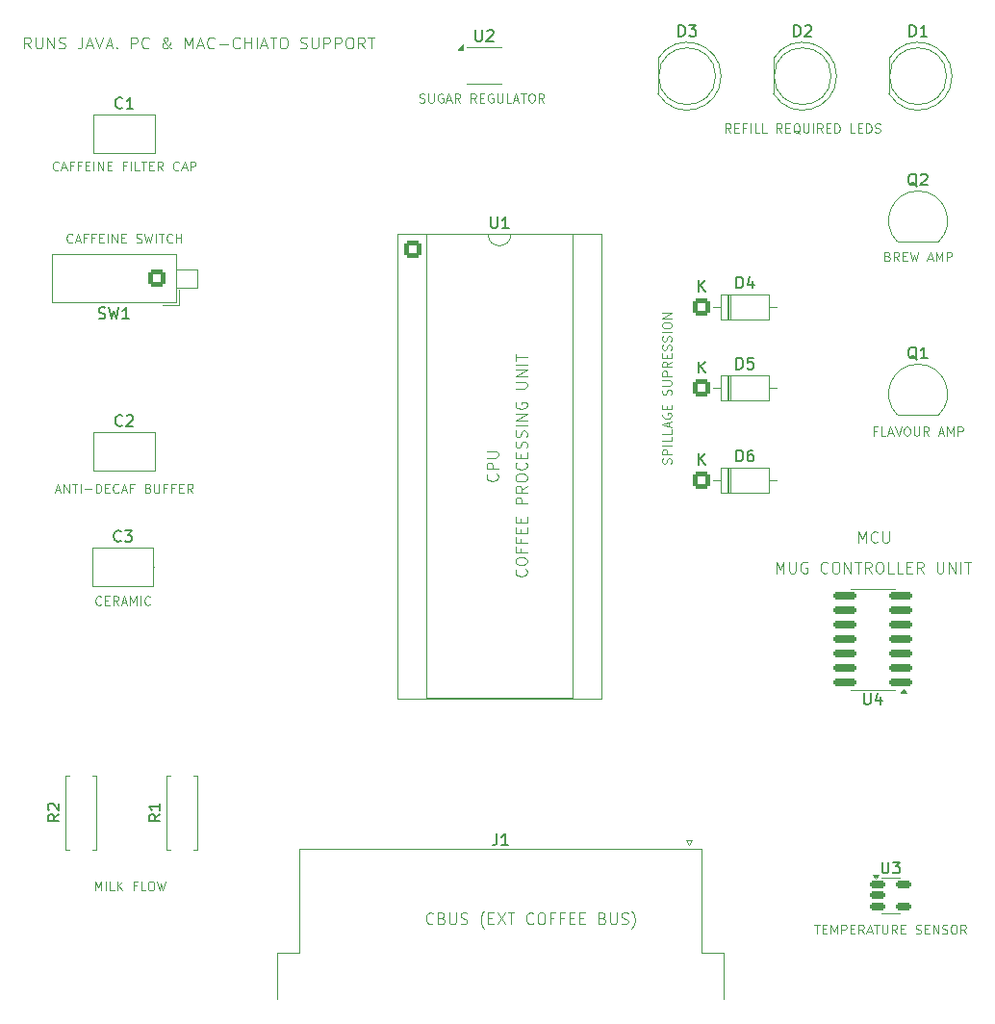
<source format=gbr>
%TF.GenerationSoftware,KiCad,Pcbnew,9.0.3-1.fc42*%
%TF.CreationDate,2025-08-02T14:35:42+08:00*%
%TF.ProjectId,art-coffee-coaster,6172742d-636f-4666-9665-652d636f6173,rev?*%
%TF.SameCoordinates,Original*%
%TF.FileFunction,Legend,Top*%
%TF.FilePolarity,Positive*%
%FSLAX46Y46*%
G04 Gerber Fmt 4.6, Leading zero omitted, Abs format (unit mm)*
G04 Created by KiCad (PCBNEW 9.0.3-1.fc42) date 2025-08-02 14:35:42*
%MOMM*%
%LPD*%
G01*
G04 APERTURE LIST*
G04 Aperture macros list*
%AMRoundRect*
0 Rectangle with rounded corners*
0 $1 Rounding radius*
0 $2 $3 $4 $5 $6 $7 $8 $9 X,Y pos of 4 corners*
0 Add a 4 corners polygon primitive as box body*
4,1,4,$2,$3,$4,$5,$6,$7,$8,$9,$2,$3,0*
0 Add four circle primitives for the rounded corners*
1,1,$1+$1,$2,$3*
1,1,$1+$1,$4,$5*
1,1,$1+$1,$6,$7*
1,1,$1+$1,$8,$9*
0 Add four rect primitives between the rounded corners*
20,1,$1+$1,$2,$3,$4,$5,0*
20,1,$1+$1,$4,$5,$6,$7,0*
20,1,$1+$1,$6,$7,$8,$9,0*
20,1,$1+$1,$8,$9,$2,$3,0*%
G04 Aperture macros list end*
%ADD10C,0.100000*%
%ADD11C,0.150000*%
%ADD12C,0.120000*%
%ADD13RoundRect,0.250000X-0.550000X-0.550000X0.550000X-0.550000X0.550000X0.550000X-0.550000X0.550000X0*%
%ADD14C,1.600000*%
%ADD15R,1.800000X1.800000*%
%ADD16C,1.800000*%
%ADD17R,1.050000X1.500000*%
%ADD18O,1.050000X1.500000*%
%ADD19R,1.600000X1.600000*%
%ADD20RoundRect,0.250000X0.550000X0.550000X-0.550000X0.550000X-0.550000X-0.550000X0.550000X-0.550000X0*%
%ADD21R,0.630000X0.450000*%
%ADD22R,1.700000X2.600000*%
%ADD23RoundRect,0.150000X-0.512500X-0.150000X0.512500X-0.150000X0.512500X0.150000X-0.512500X0.150000X0*%
%ADD24RoundRect,0.150000X0.825000X0.150000X-0.825000X0.150000X-0.825000X-0.150000X0.825000X-0.150000X0*%
G04 APERTURE END LIST*
D10*
X125041622Y-60697781D02*
X125155908Y-60735876D01*
X125155908Y-60735876D02*
X125346384Y-60735876D01*
X125346384Y-60735876D02*
X125422575Y-60697781D01*
X125422575Y-60697781D02*
X125460670Y-60659685D01*
X125460670Y-60659685D02*
X125498765Y-60583495D01*
X125498765Y-60583495D02*
X125498765Y-60507304D01*
X125498765Y-60507304D02*
X125460670Y-60431114D01*
X125460670Y-60431114D02*
X125422575Y-60393019D01*
X125422575Y-60393019D02*
X125346384Y-60354923D01*
X125346384Y-60354923D02*
X125194003Y-60316828D01*
X125194003Y-60316828D02*
X125117813Y-60278733D01*
X125117813Y-60278733D02*
X125079718Y-60240638D01*
X125079718Y-60240638D02*
X125041622Y-60164447D01*
X125041622Y-60164447D02*
X125041622Y-60088257D01*
X125041622Y-60088257D02*
X125079718Y-60012066D01*
X125079718Y-60012066D02*
X125117813Y-59973971D01*
X125117813Y-59973971D02*
X125194003Y-59935876D01*
X125194003Y-59935876D02*
X125384480Y-59935876D01*
X125384480Y-59935876D02*
X125498765Y-59973971D01*
X125841623Y-59935876D02*
X125841623Y-60583495D01*
X125841623Y-60583495D02*
X125879718Y-60659685D01*
X125879718Y-60659685D02*
X125917813Y-60697781D01*
X125917813Y-60697781D02*
X125994004Y-60735876D01*
X125994004Y-60735876D02*
X126146385Y-60735876D01*
X126146385Y-60735876D02*
X126222575Y-60697781D01*
X126222575Y-60697781D02*
X126260670Y-60659685D01*
X126260670Y-60659685D02*
X126298766Y-60583495D01*
X126298766Y-60583495D02*
X126298766Y-59935876D01*
X127098765Y-59973971D02*
X127022575Y-59935876D01*
X127022575Y-59935876D02*
X126908289Y-59935876D01*
X126908289Y-59935876D02*
X126794003Y-59973971D01*
X126794003Y-59973971D02*
X126717813Y-60050161D01*
X126717813Y-60050161D02*
X126679718Y-60126352D01*
X126679718Y-60126352D02*
X126641622Y-60278733D01*
X126641622Y-60278733D02*
X126641622Y-60393019D01*
X126641622Y-60393019D02*
X126679718Y-60545400D01*
X126679718Y-60545400D02*
X126717813Y-60621590D01*
X126717813Y-60621590D02*
X126794003Y-60697781D01*
X126794003Y-60697781D02*
X126908289Y-60735876D01*
X126908289Y-60735876D02*
X126984480Y-60735876D01*
X126984480Y-60735876D02*
X127098765Y-60697781D01*
X127098765Y-60697781D02*
X127136861Y-60659685D01*
X127136861Y-60659685D02*
X127136861Y-60393019D01*
X127136861Y-60393019D02*
X126984480Y-60393019D01*
X127441622Y-60507304D02*
X127822575Y-60507304D01*
X127365432Y-60735876D02*
X127632099Y-59935876D01*
X127632099Y-59935876D02*
X127898765Y-60735876D01*
X128622575Y-60735876D02*
X128355908Y-60354923D01*
X128165432Y-60735876D02*
X128165432Y-59935876D01*
X128165432Y-59935876D02*
X128470194Y-59935876D01*
X128470194Y-59935876D02*
X128546384Y-59973971D01*
X128546384Y-59973971D02*
X128584479Y-60012066D01*
X128584479Y-60012066D02*
X128622575Y-60088257D01*
X128622575Y-60088257D02*
X128622575Y-60202542D01*
X128622575Y-60202542D02*
X128584479Y-60278733D01*
X128584479Y-60278733D02*
X128546384Y-60316828D01*
X128546384Y-60316828D02*
X128470194Y-60354923D01*
X128470194Y-60354923D02*
X128165432Y-60354923D01*
X130032099Y-60735876D02*
X129765432Y-60354923D01*
X129574956Y-60735876D02*
X129574956Y-59935876D01*
X129574956Y-59935876D02*
X129879718Y-59935876D01*
X129879718Y-59935876D02*
X129955908Y-59973971D01*
X129955908Y-59973971D02*
X129994003Y-60012066D01*
X129994003Y-60012066D02*
X130032099Y-60088257D01*
X130032099Y-60088257D02*
X130032099Y-60202542D01*
X130032099Y-60202542D02*
X129994003Y-60278733D01*
X129994003Y-60278733D02*
X129955908Y-60316828D01*
X129955908Y-60316828D02*
X129879718Y-60354923D01*
X129879718Y-60354923D02*
X129574956Y-60354923D01*
X130374956Y-60316828D02*
X130641622Y-60316828D01*
X130755908Y-60735876D02*
X130374956Y-60735876D01*
X130374956Y-60735876D02*
X130374956Y-59935876D01*
X130374956Y-59935876D02*
X130755908Y-59935876D01*
X131517813Y-59973971D02*
X131441623Y-59935876D01*
X131441623Y-59935876D02*
X131327337Y-59935876D01*
X131327337Y-59935876D02*
X131213051Y-59973971D01*
X131213051Y-59973971D02*
X131136861Y-60050161D01*
X131136861Y-60050161D02*
X131098766Y-60126352D01*
X131098766Y-60126352D02*
X131060670Y-60278733D01*
X131060670Y-60278733D02*
X131060670Y-60393019D01*
X131060670Y-60393019D02*
X131098766Y-60545400D01*
X131098766Y-60545400D02*
X131136861Y-60621590D01*
X131136861Y-60621590D02*
X131213051Y-60697781D01*
X131213051Y-60697781D02*
X131327337Y-60735876D01*
X131327337Y-60735876D02*
X131403528Y-60735876D01*
X131403528Y-60735876D02*
X131517813Y-60697781D01*
X131517813Y-60697781D02*
X131555909Y-60659685D01*
X131555909Y-60659685D02*
X131555909Y-60393019D01*
X131555909Y-60393019D02*
X131403528Y-60393019D01*
X131898766Y-59935876D02*
X131898766Y-60583495D01*
X131898766Y-60583495D02*
X131936861Y-60659685D01*
X131936861Y-60659685D02*
X131974956Y-60697781D01*
X131974956Y-60697781D02*
X132051147Y-60735876D01*
X132051147Y-60735876D02*
X132203528Y-60735876D01*
X132203528Y-60735876D02*
X132279718Y-60697781D01*
X132279718Y-60697781D02*
X132317813Y-60659685D01*
X132317813Y-60659685D02*
X132355909Y-60583495D01*
X132355909Y-60583495D02*
X132355909Y-59935876D01*
X133117813Y-60735876D02*
X132736861Y-60735876D01*
X132736861Y-60735876D02*
X132736861Y-59935876D01*
X133346384Y-60507304D02*
X133727337Y-60507304D01*
X133270194Y-60735876D02*
X133536861Y-59935876D01*
X133536861Y-59935876D02*
X133803527Y-60735876D01*
X133955908Y-59935876D02*
X134413051Y-59935876D01*
X134184479Y-60735876D02*
X134184479Y-59935876D01*
X134832099Y-59935876D02*
X134984480Y-59935876D01*
X134984480Y-59935876D02*
X135060670Y-59973971D01*
X135060670Y-59973971D02*
X135136861Y-60050161D01*
X135136861Y-60050161D02*
X135174956Y-60202542D01*
X135174956Y-60202542D02*
X135174956Y-60469209D01*
X135174956Y-60469209D02*
X135136861Y-60621590D01*
X135136861Y-60621590D02*
X135060670Y-60697781D01*
X135060670Y-60697781D02*
X134984480Y-60735876D01*
X134984480Y-60735876D02*
X134832099Y-60735876D01*
X134832099Y-60735876D02*
X134755908Y-60697781D01*
X134755908Y-60697781D02*
X134679718Y-60621590D01*
X134679718Y-60621590D02*
X134641622Y-60469209D01*
X134641622Y-60469209D02*
X134641622Y-60202542D01*
X134641622Y-60202542D02*
X134679718Y-60050161D01*
X134679718Y-60050161D02*
X134755908Y-59973971D01*
X134755908Y-59973971D02*
X134832099Y-59935876D01*
X135974956Y-60735876D02*
X135708289Y-60354923D01*
X135517813Y-60735876D02*
X135517813Y-59935876D01*
X135517813Y-59935876D02*
X135822575Y-59935876D01*
X135822575Y-59935876D02*
X135898765Y-59973971D01*
X135898765Y-59973971D02*
X135936860Y-60012066D01*
X135936860Y-60012066D02*
X135974956Y-60088257D01*
X135974956Y-60088257D02*
X135974956Y-60202542D01*
X135974956Y-60202542D02*
X135936860Y-60278733D01*
X135936860Y-60278733D02*
X135898765Y-60316828D01*
X135898765Y-60316828D02*
X135822575Y-60354923D01*
X135822575Y-60354923D02*
X135517813Y-60354923D01*
X166239121Y-74267091D02*
X166353407Y-74305186D01*
X166353407Y-74305186D02*
X166391502Y-74343282D01*
X166391502Y-74343282D02*
X166429598Y-74419472D01*
X166429598Y-74419472D02*
X166429598Y-74533758D01*
X166429598Y-74533758D02*
X166391502Y-74609948D01*
X166391502Y-74609948D02*
X166353407Y-74648044D01*
X166353407Y-74648044D02*
X166277217Y-74686139D01*
X166277217Y-74686139D02*
X165972455Y-74686139D01*
X165972455Y-74686139D02*
X165972455Y-73886139D01*
X165972455Y-73886139D02*
X166239121Y-73886139D01*
X166239121Y-73886139D02*
X166315312Y-73924234D01*
X166315312Y-73924234D02*
X166353407Y-73962329D01*
X166353407Y-73962329D02*
X166391502Y-74038520D01*
X166391502Y-74038520D02*
X166391502Y-74114710D01*
X166391502Y-74114710D02*
X166353407Y-74190901D01*
X166353407Y-74190901D02*
X166315312Y-74228996D01*
X166315312Y-74228996D02*
X166239121Y-74267091D01*
X166239121Y-74267091D02*
X165972455Y-74267091D01*
X167229598Y-74686139D02*
X166962931Y-74305186D01*
X166772455Y-74686139D02*
X166772455Y-73886139D01*
X166772455Y-73886139D02*
X167077217Y-73886139D01*
X167077217Y-73886139D02*
X167153407Y-73924234D01*
X167153407Y-73924234D02*
X167191502Y-73962329D01*
X167191502Y-73962329D02*
X167229598Y-74038520D01*
X167229598Y-74038520D02*
X167229598Y-74152805D01*
X167229598Y-74152805D02*
X167191502Y-74228996D01*
X167191502Y-74228996D02*
X167153407Y-74267091D01*
X167153407Y-74267091D02*
X167077217Y-74305186D01*
X167077217Y-74305186D02*
X166772455Y-74305186D01*
X167572455Y-74267091D02*
X167839121Y-74267091D01*
X167953407Y-74686139D02*
X167572455Y-74686139D01*
X167572455Y-74686139D02*
X167572455Y-73886139D01*
X167572455Y-73886139D02*
X167953407Y-73886139D01*
X168220074Y-73886139D02*
X168410550Y-74686139D01*
X168410550Y-74686139D02*
X168562931Y-74114710D01*
X168562931Y-74114710D02*
X168715312Y-74686139D01*
X168715312Y-74686139D02*
X168905789Y-73886139D01*
X169781979Y-74457567D02*
X170162932Y-74457567D01*
X169705789Y-74686139D02*
X169972456Y-73886139D01*
X169972456Y-73886139D02*
X170239122Y-74686139D01*
X170505789Y-74686139D02*
X170505789Y-73886139D01*
X170505789Y-73886139D02*
X170772455Y-74457567D01*
X170772455Y-74457567D02*
X171039122Y-73886139D01*
X171039122Y-73886139D02*
X171039122Y-74686139D01*
X171420075Y-74686139D02*
X171420075Y-73886139D01*
X171420075Y-73886139D02*
X171724837Y-73886139D01*
X171724837Y-73886139D02*
X171801027Y-73924234D01*
X171801027Y-73924234D02*
X171839122Y-73962329D01*
X171839122Y-73962329D02*
X171877218Y-74038520D01*
X171877218Y-74038520D02*
X171877218Y-74152805D01*
X171877218Y-74152805D02*
X171839122Y-74228996D01*
X171839122Y-74228996D02*
X171801027Y-74267091D01*
X171801027Y-74267091D02*
X171724837Y-74305186D01*
X171724837Y-74305186D02*
X171420075Y-74305186D01*
X156426966Y-102140035D02*
X156426966Y-101140035D01*
X156426966Y-101140035D02*
X156760299Y-101854320D01*
X156760299Y-101854320D02*
X157093632Y-101140035D01*
X157093632Y-101140035D02*
X157093632Y-102140035D01*
X157569823Y-101140035D02*
X157569823Y-101949558D01*
X157569823Y-101949558D02*
X157617442Y-102044796D01*
X157617442Y-102044796D02*
X157665061Y-102092416D01*
X157665061Y-102092416D02*
X157760299Y-102140035D01*
X157760299Y-102140035D02*
X157950775Y-102140035D01*
X157950775Y-102140035D02*
X158046013Y-102092416D01*
X158046013Y-102092416D02*
X158093632Y-102044796D01*
X158093632Y-102044796D02*
X158141251Y-101949558D01*
X158141251Y-101949558D02*
X158141251Y-101140035D01*
X159141251Y-101187654D02*
X159046013Y-101140035D01*
X159046013Y-101140035D02*
X158903156Y-101140035D01*
X158903156Y-101140035D02*
X158760299Y-101187654D01*
X158760299Y-101187654D02*
X158665061Y-101282892D01*
X158665061Y-101282892D02*
X158617442Y-101378130D01*
X158617442Y-101378130D02*
X158569823Y-101568606D01*
X158569823Y-101568606D02*
X158569823Y-101711463D01*
X158569823Y-101711463D02*
X158617442Y-101901939D01*
X158617442Y-101901939D02*
X158665061Y-101997177D01*
X158665061Y-101997177D02*
X158760299Y-102092416D01*
X158760299Y-102092416D02*
X158903156Y-102140035D01*
X158903156Y-102140035D02*
X158998394Y-102140035D01*
X158998394Y-102140035D02*
X159141251Y-102092416D01*
X159141251Y-102092416D02*
X159188870Y-102044796D01*
X159188870Y-102044796D02*
X159188870Y-101711463D01*
X159188870Y-101711463D02*
X158998394Y-101711463D01*
X160950775Y-102044796D02*
X160903156Y-102092416D01*
X160903156Y-102092416D02*
X160760299Y-102140035D01*
X160760299Y-102140035D02*
X160665061Y-102140035D01*
X160665061Y-102140035D02*
X160522204Y-102092416D01*
X160522204Y-102092416D02*
X160426966Y-101997177D01*
X160426966Y-101997177D02*
X160379347Y-101901939D01*
X160379347Y-101901939D02*
X160331728Y-101711463D01*
X160331728Y-101711463D02*
X160331728Y-101568606D01*
X160331728Y-101568606D02*
X160379347Y-101378130D01*
X160379347Y-101378130D02*
X160426966Y-101282892D01*
X160426966Y-101282892D02*
X160522204Y-101187654D01*
X160522204Y-101187654D02*
X160665061Y-101140035D01*
X160665061Y-101140035D02*
X160760299Y-101140035D01*
X160760299Y-101140035D02*
X160903156Y-101187654D01*
X160903156Y-101187654D02*
X160950775Y-101235273D01*
X161569823Y-101140035D02*
X161760299Y-101140035D01*
X161760299Y-101140035D02*
X161855537Y-101187654D01*
X161855537Y-101187654D02*
X161950775Y-101282892D01*
X161950775Y-101282892D02*
X161998394Y-101473368D01*
X161998394Y-101473368D02*
X161998394Y-101806701D01*
X161998394Y-101806701D02*
X161950775Y-101997177D01*
X161950775Y-101997177D02*
X161855537Y-102092416D01*
X161855537Y-102092416D02*
X161760299Y-102140035D01*
X161760299Y-102140035D02*
X161569823Y-102140035D01*
X161569823Y-102140035D02*
X161474585Y-102092416D01*
X161474585Y-102092416D02*
X161379347Y-101997177D01*
X161379347Y-101997177D02*
X161331728Y-101806701D01*
X161331728Y-101806701D02*
X161331728Y-101473368D01*
X161331728Y-101473368D02*
X161379347Y-101282892D01*
X161379347Y-101282892D02*
X161474585Y-101187654D01*
X161474585Y-101187654D02*
X161569823Y-101140035D01*
X162426966Y-102140035D02*
X162426966Y-101140035D01*
X162426966Y-101140035D02*
X162998394Y-102140035D01*
X162998394Y-102140035D02*
X162998394Y-101140035D01*
X163331728Y-101140035D02*
X163903156Y-101140035D01*
X163617442Y-102140035D02*
X163617442Y-101140035D01*
X164807918Y-102140035D02*
X164474585Y-101663844D01*
X164236490Y-102140035D02*
X164236490Y-101140035D01*
X164236490Y-101140035D02*
X164617442Y-101140035D01*
X164617442Y-101140035D02*
X164712680Y-101187654D01*
X164712680Y-101187654D02*
X164760299Y-101235273D01*
X164760299Y-101235273D02*
X164807918Y-101330511D01*
X164807918Y-101330511D02*
X164807918Y-101473368D01*
X164807918Y-101473368D02*
X164760299Y-101568606D01*
X164760299Y-101568606D02*
X164712680Y-101616225D01*
X164712680Y-101616225D02*
X164617442Y-101663844D01*
X164617442Y-101663844D02*
X164236490Y-101663844D01*
X165426966Y-101140035D02*
X165617442Y-101140035D01*
X165617442Y-101140035D02*
X165712680Y-101187654D01*
X165712680Y-101187654D02*
X165807918Y-101282892D01*
X165807918Y-101282892D02*
X165855537Y-101473368D01*
X165855537Y-101473368D02*
X165855537Y-101806701D01*
X165855537Y-101806701D02*
X165807918Y-101997177D01*
X165807918Y-101997177D02*
X165712680Y-102092416D01*
X165712680Y-102092416D02*
X165617442Y-102140035D01*
X165617442Y-102140035D02*
X165426966Y-102140035D01*
X165426966Y-102140035D02*
X165331728Y-102092416D01*
X165331728Y-102092416D02*
X165236490Y-101997177D01*
X165236490Y-101997177D02*
X165188871Y-101806701D01*
X165188871Y-101806701D02*
X165188871Y-101473368D01*
X165188871Y-101473368D02*
X165236490Y-101282892D01*
X165236490Y-101282892D02*
X165331728Y-101187654D01*
X165331728Y-101187654D02*
X165426966Y-101140035D01*
X166760299Y-102140035D02*
X166284109Y-102140035D01*
X166284109Y-102140035D02*
X166284109Y-101140035D01*
X167569823Y-102140035D02*
X167093633Y-102140035D01*
X167093633Y-102140035D02*
X167093633Y-101140035D01*
X167903157Y-101616225D02*
X168236490Y-101616225D01*
X168379347Y-102140035D02*
X167903157Y-102140035D01*
X167903157Y-102140035D02*
X167903157Y-101140035D01*
X167903157Y-101140035D02*
X168379347Y-101140035D01*
X169379347Y-102140035D02*
X169046014Y-101663844D01*
X168807919Y-102140035D02*
X168807919Y-101140035D01*
X168807919Y-101140035D02*
X169188871Y-101140035D01*
X169188871Y-101140035D02*
X169284109Y-101187654D01*
X169284109Y-101187654D02*
X169331728Y-101235273D01*
X169331728Y-101235273D02*
X169379347Y-101330511D01*
X169379347Y-101330511D02*
X169379347Y-101473368D01*
X169379347Y-101473368D02*
X169331728Y-101568606D01*
X169331728Y-101568606D02*
X169284109Y-101616225D01*
X169284109Y-101616225D02*
X169188871Y-101663844D01*
X169188871Y-101663844D02*
X168807919Y-101663844D01*
X170569824Y-101140035D02*
X170569824Y-101949558D01*
X170569824Y-101949558D02*
X170617443Y-102044796D01*
X170617443Y-102044796D02*
X170665062Y-102092416D01*
X170665062Y-102092416D02*
X170760300Y-102140035D01*
X170760300Y-102140035D02*
X170950776Y-102140035D01*
X170950776Y-102140035D02*
X171046014Y-102092416D01*
X171046014Y-102092416D02*
X171093633Y-102044796D01*
X171093633Y-102044796D02*
X171141252Y-101949558D01*
X171141252Y-101949558D02*
X171141252Y-101140035D01*
X171617443Y-102140035D02*
X171617443Y-101140035D01*
X171617443Y-101140035D02*
X172188871Y-102140035D01*
X172188871Y-102140035D02*
X172188871Y-101140035D01*
X172665062Y-102140035D02*
X172665062Y-101140035D01*
X172998395Y-101140035D02*
X173569823Y-101140035D01*
X173284109Y-102140035D02*
X173284109Y-101140035D01*
X134397180Y-101789449D02*
X134444800Y-101837068D01*
X134444800Y-101837068D02*
X134492419Y-101979925D01*
X134492419Y-101979925D02*
X134492419Y-102075163D01*
X134492419Y-102075163D02*
X134444800Y-102218020D01*
X134444800Y-102218020D02*
X134349561Y-102313258D01*
X134349561Y-102313258D02*
X134254323Y-102360877D01*
X134254323Y-102360877D02*
X134063847Y-102408496D01*
X134063847Y-102408496D02*
X133920990Y-102408496D01*
X133920990Y-102408496D02*
X133730514Y-102360877D01*
X133730514Y-102360877D02*
X133635276Y-102313258D01*
X133635276Y-102313258D02*
X133540038Y-102218020D01*
X133540038Y-102218020D02*
X133492419Y-102075163D01*
X133492419Y-102075163D02*
X133492419Y-101979925D01*
X133492419Y-101979925D02*
X133540038Y-101837068D01*
X133540038Y-101837068D02*
X133587657Y-101789449D01*
X133492419Y-101170401D02*
X133492419Y-100979925D01*
X133492419Y-100979925D02*
X133540038Y-100884687D01*
X133540038Y-100884687D02*
X133635276Y-100789449D01*
X133635276Y-100789449D02*
X133825752Y-100741830D01*
X133825752Y-100741830D02*
X134159085Y-100741830D01*
X134159085Y-100741830D02*
X134349561Y-100789449D01*
X134349561Y-100789449D02*
X134444800Y-100884687D01*
X134444800Y-100884687D02*
X134492419Y-100979925D01*
X134492419Y-100979925D02*
X134492419Y-101170401D01*
X134492419Y-101170401D02*
X134444800Y-101265639D01*
X134444800Y-101265639D02*
X134349561Y-101360877D01*
X134349561Y-101360877D02*
X134159085Y-101408496D01*
X134159085Y-101408496D02*
X133825752Y-101408496D01*
X133825752Y-101408496D02*
X133635276Y-101360877D01*
X133635276Y-101360877D02*
X133540038Y-101265639D01*
X133540038Y-101265639D02*
X133492419Y-101170401D01*
X133968609Y-99979925D02*
X133968609Y-100313258D01*
X134492419Y-100313258D02*
X133492419Y-100313258D01*
X133492419Y-100313258D02*
X133492419Y-99837068D01*
X133968609Y-99122782D02*
X133968609Y-99456115D01*
X134492419Y-99456115D02*
X133492419Y-99456115D01*
X133492419Y-99456115D02*
X133492419Y-98979925D01*
X133968609Y-98598972D02*
X133968609Y-98265639D01*
X134492419Y-98122782D02*
X134492419Y-98598972D01*
X134492419Y-98598972D02*
X133492419Y-98598972D01*
X133492419Y-98598972D02*
X133492419Y-98122782D01*
X133968609Y-97694210D02*
X133968609Y-97360877D01*
X134492419Y-97218020D02*
X134492419Y-97694210D01*
X134492419Y-97694210D02*
X133492419Y-97694210D01*
X133492419Y-97694210D02*
X133492419Y-97218020D01*
X134492419Y-96027543D02*
X133492419Y-96027543D01*
X133492419Y-96027543D02*
X133492419Y-95646591D01*
X133492419Y-95646591D02*
X133540038Y-95551353D01*
X133540038Y-95551353D02*
X133587657Y-95503734D01*
X133587657Y-95503734D02*
X133682895Y-95456115D01*
X133682895Y-95456115D02*
X133825752Y-95456115D01*
X133825752Y-95456115D02*
X133920990Y-95503734D01*
X133920990Y-95503734D02*
X133968609Y-95551353D01*
X133968609Y-95551353D02*
X134016228Y-95646591D01*
X134016228Y-95646591D02*
X134016228Y-96027543D01*
X134492419Y-94456115D02*
X134016228Y-94789448D01*
X134492419Y-95027543D02*
X133492419Y-95027543D01*
X133492419Y-95027543D02*
X133492419Y-94646591D01*
X133492419Y-94646591D02*
X133540038Y-94551353D01*
X133540038Y-94551353D02*
X133587657Y-94503734D01*
X133587657Y-94503734D02*
X133682895Y-94456115D01*
X133682895Y-94456115D02*
X133825752Y-94456115D01*
X133825752Y-94456115D02*
X133920990Y-94503734D01*
X133920990Y-94503734D02*
X133968609Y-94551353D01*
X133968609Y-94551353D02*
X134016228Y-94646591D01*
X134016228Y-94646591D02*
X134016228Y-95027543D01*
X133492419Y-93837067D02*
X133492419Y-93646591D01*
X133492419Y-93646591D02*
X133540038Y-93551353D01*
X133540038Y-93551353D02*
X133635276Y-93456115D01*
X133635276Y-93456115D02*
X133825752Y-93408496D01*
X133825752Y-93408496D02*
X134159085Y-93408496D01*
X134159085Y-93408496D02*
X134349561Y-93456115D01*
X134349561Y-93456115D02*
X134444800Y-93551353D01*
X134444800Y-93551353D02*
X134492419Y-93646591D01*
X134492419Y-93646591D02*
X134492419Y-93837067D01*
X134492419Y-93837067D02*
X134444800Y-93932305D01*
X134444800Y-93932305D02*
X134349561Y-94027543D01*
X134349561Y-94027543D02*
X134159085Y-94075162D01*
X134159085Y-94075162D02*
X133825752Y-94075162D01*
X133825752Y-94075162D02*
X133635276Y-94027543D01*
X133635276Y-94027543D02*
X133540038Y-93932305D01*
X133540038Y-93932305D02*
X133492419Y-93837067D01*
X134397180Y-92408496D02*
X134444800Y-92456115D01*
X134444800Y-92456115D02*
X134492419Y-92598972D01*
X134492419Y-92598972D02*
X134492419Y-92694210D01*
X134492419Y-92694210D02*
X134444800Y-92837067D01*
X134444800Y-92837067D02*
X134349561Y-92932305D01*
X134349561Y-92932305D02*
X134254323Y-92979924D01*
X134254323Y-92979924D02*
X134063847Y-93027543D01*
X134063847Y-93027543D02*
X133920990Y-93027543D01*
X133920990Y-93027543D02*
X133730514Y-92979924D01*
X133730514Y-92979924D02*
X133635276Y-92932305D01*
X133635276Y-92932305D02*
X133540038Y-92837067D01*
X133540038Y-92837067D02*
X133492419Y-92694210D01*
X133492419Y-92694210D02*
X133492419Y-92598972D01*
X133492419Y-92598972D02*
X133540038Y-92456115D01*
X133540038Y-92456115D02*
X133587657Y-92408496D01*
X133968609Y-91979924D02*
X133968609Y-91646591D01*
X134492419Y-91503734D02*
X134492419Y-91979924D01*
X134492419Y-91979924D02*
X133492419Y-91979924D01*
X133492419Y-91979924D02*
X133492419Y-91503734D01*
X134444800Y-91122781D02*
X134492419Y-90979924D01*
X134492419Y-90979924D02*
X134492419Y-90741829D01*
X134492419Y-90741829D02*
X134444800Y-90646591D01*
X134444800Y-90646591D02*
X134397180Y-90598972D01*
X134397180Y-90598972D02*
X134301942Y-90551353D01*
X134301942Y-90551353D02*
X134206704Y-90551353D01*
X134206704Y-90551353D02*
X134111466Y-90598972D01*
X134111466Y-90598972D02*
X134063847Y-90646591D01*
X134063847Y-90646591D02*
X134016228Y-90741829D01*
X134016228Y-90741829D02*
X133968609Y-90932305D01*
X133968609Y-90932305D02*
X133920990Y-91027543D01*
X133920990Y-91027543D02*
X133873371Y-91075162D01*
X133873371Y-91075162D02*
X133778133Y-91122781D01*
X133778133Y-91122781D02*
X133682895Y-91122781D01*
X133682895Y-91122781D02*
X133587657Y-91075162D01*
X133587657Y-91075162D02*
X133540038Y-91027543D01*
X133540038Y-91027543D02*
X133492419Y-90932305D01*
X133492419Y-90932305D02*
X133492419Y-90694210D01*
X133492419Y-90694210D02*
X133540038Y-90551353D01*
X134444800Y-90170400D02*
X134492419Y-90027543D01*
X134492419Y-90027543D02*
X134492419Y-89789448D01*
X134492419Y-89789448D02*
X134444800Y-89694210D01*
X134444800Y-89694210D02*
X134397180Y-89646591D01*
X134397180Y-89646591D02*
X134301942Y-89598972D01*
X134301942Y-89598972D02*
X134206704Y-89598972D01*
X134206704Y-89598972D02*
X134111466Y-89646591D01*
X134111466Y-89646591D02*
X134063847Y-89694210D01*
X134063847Y-89694210D02*
X134016228Y-89789448D01*
X134016228Y-89789448D02*
X133968609Y-89979924D01*
X133968609Y-89979924D02*
X133920990Y-90075162D01*
X133920990Y-90075162D02*
X133873371Y-90122781D01*
X133873371Y-90122781D02*
X133778133Y-90170400D01*
X133778133Y-90170400D02*
X133682895Y-90170400D01*
X133682895Y-90170400D02*
X133587657Y-90122781D01*
X133587657Y-90122781D02*
X133540038Y-90075162D01*
X133540038Y-90075162D02*
X133492419Y-89979924D01*
X133492419Y-89979924D02*
X133492419Y-89741829D01*
X133492419Y-89741829D02*
X133540038Y-89598972D01*
X134492419Y-89170400D02*
X133492419Y-89170400D01*
X134492419Y-88694210D02*
X133492419Y-88694210D01*
X133492419Y-88694210D02*
X134492419Y-88122782D01*
X134492419Y-88122782D02*
X133492419Y-88122782D01*
X133540038Y-87122782D02*
X133492419Y-87218020D01*
X133492419Y-87218020D02*
X133492419Y-87360877D01*
X133492419Y-87360877D02*
X133540038Y-87503734D01*
X133540038Y-87503734D02*
X133635276Y-87598972D01*
X133635276Y-87598972D02*
X133730514Y-87646591D01*
X133730514Y-87646591D02*
X133920990Y-87694210D01*
X133920990Y-87694210D02*
X134063847Y-87694210D01*
X134063847Y-87694210D02*
X134254323Y-87646591D01*
X134254323Y-87646591D02*
X134349561Y-87598972D01*
X134349561Y-87598972D02*
X134444800Y-87503734D01*
X134444800Y-87503734D02*
X134492419Y-87360877D01*
X134492419Y-87360877D02*
X134492419Y-87265639D01*
X134492419Y-87265639D02*
X134444800Y-87122782D01*
X134444800Y-87122782D02*
X134397180Y-87075163D01*
X134397180Y-87075163D02*
X134063847Y-87075163D01*
X134063847Y-87075163D02*
X134063847Y-87265639D01*
X133492419Y-85884686D02*
X134301942Y-85884686D01*
X134301942Y-85884686D02*
X134397180Y-85837067D01*
X134397180Y-85837067D02*
X134444800Y-85789448D01*
X134444800Y-85789448D02*
X134492419Y-85694210D01*
X134492419Y-85694210D02*
X134492419Y-85503734D01*
X134492419Y-85503734D02*
X134444800Y-85408496D01*
X134444800Y-85408496D02*
X134397180Y-85360877D01*
X134397180Y-85360877D02*
X134301942Y-85313258D01*
X134301942Y-85313258D02*
X133492419Y-85313258D01*
X134492419Y-84837067D02*
X133492419Y-84837067D01*
X133492419Y-84837067D02*
X134492419Y-84265639D01*
X134492419Y-84265639D02*
X133492419Y-84265639D01*
X134492419Y-83789448D02*
X133492419Y-83789448D01*
X133492419Y-83456115D02*
X133492419Y-82884687D01*
X134492419Y-83170401D02*
X133492419Y-83170401D01*
X96523722Y-130033684D02*
X96523722Y-129233684D01*
X96523722Y-129233684D02*
X96790388Y-129805112D01*
X96790388Y-129805112D02*
X97057055Y-129233684D01*
X97057055Y-129233684D02*
X97057055Y-130033684D01*
X97438008Y-130033684D02*
X97438008Y-129233684D01*
X98199912Y-130033684D02*
X97818960Y-130033684D01*
X97818960Y-130033684D02*
X97818960Y-129233684D01*
X98466579Y-130033684D02*
X98466579Y-129233684D01*
X98923722Y-130033684D02*
X98580864Y-129576541D01*
X98923722Y-129233684D02*
X98466579Y-129690827D01*
X100142769Y-129614636D02*
X99876103Y-129614636D01*
X99876103Y-130033684D02*
X99876103Y-129233684D01*
X99876103Y-129233684D02*
X100257055Y-129233684D01*
X100942769Y-130033684D02*
X100561817Y-130033684D01*
X100561817Y-130033684D02*
X100561817Y-129233684D01*
X101361817Y-129233684D02*
X101514198Y-129233684D01*
X101514198Y-129233684D02*
X101590388Y-129271779D01*
X101590388Y-129271779D02*
X101666579Y-129347969D01*
X101666579Y-129347969D02*
X101704674Y-129500350D01*
X101704674Y-129500350D02*
X101704674Y-129767017D01*
X101704674Y-129767017D02*
X101666579Y-129919398D01*
X101666579Y-129919398D02*
X101590388Y-129995589D01*
X101590388Y-129995589D02*
X101514198Y-130033684D01*
X101514198Y-130033684D02*
X101361817Y-130033684D01*
X101361817Y-130033684D02*
X101285626Y-129995589D01*
X101285626Y-129995589D02*
X101209436Y-129919398D01*
X101209436Y-129919398D02*
X101171340Y-129767017D01*
X101171340Y-129767017D02*
X101171340Y-129500350D01*
X101171340Y-129500350D02*
X101209436Y-129347969D01*
X101209436Y-129347969D02*
X101285626Y-129271779D01*
X101285626Y-129271779D02*
X101361817Y-129233684D01*
X101971340Y-129233684D02*
X102161816Y-130033684D01*
X102161816Y-130033684D02*
X102314197Y-129462255D01*
X102314197Y-129462255D02*
X102466578Y-130033684D01*
X102466578Y-130033684D02*
X102657055Y-129233684D01*
X152426979Y-63396895D02*
X152160312Y-63015942D01*
X151969836Y-63396895D02*
X151969836Y-62596895D01*
X151969836Y-62596895D02*
X152274598Y-62596895D01*
X152274598Y-62596895D02*
X152350788Y-62634990D01*
X152350788Y-62634990D02*
X152388883Y-62673085D01*
X152388883Y-62673085D02*
X152426979Y-62749276D01*
X152426979Y-62749276D02*
X152426979Y-62863561D01*
X152426979Y-62863561D02*
X152388883Y-62939752D01*
X152388883Y-62939752D02*
X152350788Y-62977847D01*
X152350788Y-62977847D02*
X152274598Y-63015942D01*
X152274598Y-63015942D02*
X151969836Y-63015942D01*
X152769836Y-62977847D02*
X153036502Y-62977847D01*
X153150788Y-63396895D02*
X152769836Y-63396895D01*
X152769836Y-63396895D02*
X152769836Y-62596895D01*
X152769836Y-62596895D02*
X153150788Y-62596895D01*
X153760312Y-62977847D02*
X153493646Y-62977847D01*
X153493646Y-63396895D02*
X153493646Y-62596895D01*
X153493646Y-62596895D02*
X153874598Y-62596895D01*
X154179360Y-63396895D02*
X154179360Y-62596895D01*
X154941264Y-63396895D02*
X154560312Y-63396895D01*
X154560312Y-63396895D02*
X154560312Y-62596895D01*
X155588883Y-63396895D02*
X155207931Y-63396895D01*
X155207931Y-63396895D02*
X155207931Y-62596895D01*
X156922217Y-63396895D02*
X156655550Y-63015942D01*
X156465074Y-63396895D02*
X156465074Y-62596895D01*
X156465074Y-62596895D02*
X156769836Y-62596895D01*
X156769836Y-62596895D02*
X156846026Y-62634990D01*
X156846026Y-62634990D02*
X156884121Y-62673085D01*
X156884121Y-62673085D02*
X156922217Y-62749276D01*
X156922217Y-62749276D02*
X156922217Y-62863561D01*
X156922217Y-62863561D02*
X156884121Y-62939752D01*
X156884121Y-62939752D02*
X156846026Y-62977847D01*
X156846026Y-62977847D02*
X156769836Y-63015942D01*
X156769836Y-63015942D02*
X156465074Y-63015942D01*
X157265074Y-62977847D02*
X157531740Y-62977847D01*
X157646026Y-63396895D02*
X157265074Y-63396895D01*
X157265074Y-63396895D02*
X157265074Y-62596895D01*
X157265074Y-62596895D02*
X157646026Y-62596895D01*
X158522217Y-63473085D02*
X158446027Y-63434990D01*
X158446027Y-63434990D02*
X158369836Y-63358800D01*
X158369836Y-63358800D02*
X158255550Y-63244514D01*
X158255550Y-63244514D02*
X158179360Y-63206419D01*
X158179360Y-63206419D02*
X158103169Y-63206419D01*
X158141265Y-63396895D02*
X158065074Y-63358800D01*
X158065074Y-63358800D02*
X157988884Y-63282609D01*
X157988884Y-63282609D02*
X157950788Y-63130228D01*
X157950788Y-63130228D02*
X157950788Y-62863561D01*
X157950788Y-62863561D02*
X157988884Y-62711180D01*
X157988884Y-62711180D02*
X158065074Y-62634990D01*
X158065074Y-62634990D02*
X158141265Y-62596895D01*
X158141265Y-62596895D02*
X158293646Y-62596895D01*
X158293646Y-62596895D02*
X158369836Y-62634990D01*
X158369836Y-62634990D02*
X158446027Y-62711180D01*
X158446027Y-62711180D02*
X158484122Y-62863561D01*
X158484122Y-62863561D02*
X158484122Y-63130228D01*
X158484122Y-63130228D02*
X158446027Y-63282609D01*
X158446027Y-63282609D02*
X158369836Y-63358800D01*
X158369836Y-63358800D02*
X158293646Y-63396895D01*
X158293646Y-63396895D02*
X158141265Y-63396895D01*
X158826979Y-62596895D02*
X158826979Y-63244514D01*
X158826979Y-63244514D02*
X158865074Y-63320704D01*
X158865074Y-63320704D02*
X158903169Y-63358800D01*
X158903169Y-63358800D02*
X158979360Y-63396895D01*
X158979360Y-63396895D02*
X159131741Y-63396895D01*
X159131741Y-63396895D02*
X159207931Y-63358800D01*
X159207931Y-63358800D02*
X159246026Y-63320704D01*
X159246026Y-63320704D02*
X159284122Y-63244514D01*
X159284122Y-63244514D02*
X159284122Y-62596895D01*
X159665074Y-63396895D02*
X159665074Y-62596895D01*
X160503169Y-63396895D02*
X160236502Y-63015942D01*
X160046026Y-63396895D02*
X160046026Y-62596895D01*
X160046026Y-62596895D02*
X160350788Y-62596895D01*
X160350788Y-62596895D02*
X160426978Y-62634990D01*
X160426978Y-62634990D02*
X160465073Y-62673085D01*
X160465073Y-62673085D02*
X160503169Y-62749276D01*
X160503169Y-62749276D02*
X160503169Y-62863561D01*
X160503169Y-62863561D02*
X160465073Y-62939752D01*
X160465073Y-62939752D02*
X160426978Y-62977847D01*
X160426978Y-62977847D02*
X160350788Y-63015942D01*
X160350788Y-63015942D02*
X160046026Y-63015942D01*
X160846026Y-62977847D02*
X161112692Y-62977847D01*
X161226978Y-63396895D02*
X160846026Y-63396895D01*
X160846026Y-63396895D02*
X160846026Y-62596895D01*
X160846026Y-62596895D02*
X161226978Y-62596895D01*
X161569836Y-63396895D02*
X161569836Y-62596895D01*
X161569836Y-62596895D02*
X161760312Y-62596895D01*
X161760312Y-62596895D02*
X161874598Y-62634990D01*
X161874598Y-62634990D02*
X161950788Y-62711180D01*
X161950788Y-62711180D02*
X161988883Y-62787371D01*
X161988883Y-62787371D02*
X162026979Y-62939752D01*
X162026979Y-62939752D02*
X162026979Y-63054038D01*
X162026979Y-63054038D02*
X161988883Y-63206419D01*
X161988883Y-63206419D02*
X161950788Y-63282609D01*
X161950788Y-63282609D02*
X161874598Y-63358800D01*
X161874598Y-63358800D02*
X161760312Y-63396895D01*
X161760312Y-63396895D02*
X161569836Y-63396895D01*
X163360312Y-63396895D02*
X162979360Y-63396895D01*
X162979360Y-63396895D02*
X162979360Y-62596895D01*
X163626979Y-62977847D02*
X163893645Y-62977847D01*
X164007931Y-63396895D02*
X163626979Y-63396895D01*
X163626979Y-63396895D02*
X163626979Y-62596895D01*
X163626979Y-62596895D02*
X164007931Y-62596895D01*
X164350789Y-63396895D02*
X164350789Y-62596895D01*
X164350789Y-62596895D02*
X164541265Y-62596895D01*
X164541265Y-62596895D02*
X164655551Y-62634990D01*
X164655551Y-62634990D02*
X164731741Y-62711180D01*
X164731741Y-62711180D02*
X164769836Y-62787371D01*
X164769836Y-62787371D02*
X164807932Y-62939752D01*
X164807932Y-62939752D02*
X164807932Y-63054038D01*
X164807932Y-63054038D02*
X164769836Y-63206419D01*
X164769836Y-63206419D02*
X164731741Y-63282609D01*
X164731741Y-63282609D02*
X164655551Y-63358800D01*
X164655551Y-63358800D02*
X164541265Y-63396895D01*
X164541265Y-63396895D02*
X164350789Y-63396895D01*
X165112693Y-63358800D02*
X165226979Y-63396895D01*
X165226979Y-63396895D02*
X165417455Y-63396895D01*
X165417455Y-63396895D02*
X165493646Y-63358800D01*
X165493646Y-63358800D02*
X165531741Y-63320704D01*
X165531741Y-63320704D02*
X165569836Y-63244514D01*
X165569836Y-63244514D02*
X165569836Y-63168323D01*
X165569836Y-63168323D02*
X165531741Y-63092133D01*
X165531741Y-63092133D02*
X165493646Y-63054038D01*
X165493646Y-63054038D02*
X165417455Y-63015942D01*
X165417455Y-63015942D02*
X165265074Y-62977847D01*
X165265074Y-62977847D02*
X165188884Y-62939752D01*
X165188884Y-62939752D02*
X165150789Y-62901657D01*
X165150789Y-62901657D02*
X165112693Y-62825466D01*
X165112693Y-62825466D02*
X165112693Y-62749276D01*
X165112693Y-62749276D02*
X165150789Y-62673085D01*
X165150789Y-62673085D02*
X165188884Y-62634990D01*
X165188884Y-62634990D02*
X165265074Y-62596895D01*
X165265074Y-62596895D02*
X165455551Y-62596895D01*
X165455551Y-62596895D02*
X165569836Y-62634990D01*
X94484361Y-73014613D02*
X94446265Y-73052709D01*
X94446265Y-73052709D02*
X94331980Y-73090804D01*
X94331980Y-73090804D02*
X94255789Y-73090804D01*
X94255789Y-73090804D02*
X94141503Y-73052709D01*
X94141503Y-73052709D02*
X94065313Y-72976518D01*
X94065313Y-72976518D02*
X94027218Y-72900328D01*
X94027218Y-72900328D02*
X93989122Y-72747947D01*
X93989122Y-72747947D02*
X93989122Y-72633661D01*
X93989122Y-72633661D02*
X94027218Y-72481280D01*
X94027218Y-72481280D02*
X94065313Y-72405089D01*
X94065313Y-72405089D02*
X94141503Y-72328899D01*
X94141503Y-72328899D02*
X94255789Y-72290804D01*
X94255789Y-72290804D02*
X94331980Y-72290804D01*
X94331980Y-72290804D02*
X94446265Y-72328899D01*
X94446265Y-72328899D02*
X94484361Y-72366994D01*
X94789122Y-72862232D02*
X95170075Y-72862232D01*
X94712932Y-73090804D02*
X94979599Y-72290804D01*
X94979599Y-72290804D02*
X95246265Y-73090804D01*
X95779598Y-72671756D02*
X95512932Y-72671756D01*
X95512932Y-73090804D02*
X95512932Y-72290804D01*
X95512932Y-72290804D02*
X95893884Y-72290804D01*
X96465312Y-72671756D02*
X96198646Y-72671756D01*
X96198646Y-73090804D02*
X96198646Y-72290804D01*
X96198646Y-72290804D02*
X96579598Y-72290804D01*
X96884360Y-72671756D02*
X97151026Y-72671756D01*
X97265312Y-73090804D02*
X96884360Y-73090804D01*
X96884360Y-73090804D02*
X96884360Y-72290804D01*
X96884360Y-72290804D02*
X97265312Y-72290804D01*
X97608170Y-73090804D02*
X97608170Y-72290804D01*
X97989122Y-73090804D02*
X97989122Y-72290804D01*
X97989122Y-72290804D02*
X98446265Y-73090804D01*
X98446265Y-73090804D02*
X98446265Y-72290804D01*
X98827217Y-72671756D02*
X99093883Y-72671756D01*
X99208169Y-73090804D02*
X98827217Y-73090804D01*
X98827217Y-73090804D02*
X98827217Y-72290804D01*
X98827217Y-72290804D02*
X99208169Y-72290804D01*
X100122455Y-73052709D02*
X100236741Y-73090804D01*
X100236741Y-73090804D02*
X100427217Y-73090804D01*
X100427217Y-73090804D02*
X100503408Y-73052709D01*
X100503408Y-73052709D02*
X100541503Y-73014613D01*
X100541503Y-73014613D02*
X100579598Y-72938423D01*
X100579598Y-72938423D02*
X100579598Y-72862232D01*
X100579598Y-72862232D02*
X100541503Y-72786042D01*
X100541503Y-72786042D02*
X100503408Y-72747947D01*
X100503408Y-72747947D02*
X100427217Y-72709851D01*
X100427217Y-72709851D02*
X100274836Y-72671756D01*
X100274836Y-72671756D02*
X100198646Y-72633661D01*
X100198646Y-72633661D02*
X100160551Y-72595566D01*
X100160551Y-72595566D02*
X100122455Y-72519375D01*
X100122455Y-72519375D02*
X100122455Y-72443185D01*
X100122455Y-72443185D02*
X100160551Y-72366994D01*
X100160551Y-72366994D02*
X100198646Y-72328899D01*
X100198646Y-72328899D02*
X100274836Y-72290804D01*
X100274836Y-72290804D02*
X100465313Y-72290804D01*
X100465313Y-72290804D02*
X100579598Y-72328899D01*
X100846265Y-72290804D02*
X101036741Y-73090804D01*
X101036741Y-73090804D02*
X101189122Y-72519375D01*
X101189122Y-72519375D02*
X101341503Y-73090804D01*
X101341503Y-73090804D02*
X101531980Y-72290804D01*
X101836742Y-73090804D02*
X101836742Y-72290804D01*
X102103408Y-72290804D02*
X102560551Y-72290804D01*
X102331979Y-73090804D02*
X102331979Y-72290804D01*
X103284361Y-73014613D02*
X103246265Y-73052709D01*
X103246265Y-73052709D02*
X103131980Y-73090804D01*
X103131980Y-73090804D02*
X103055789Y-73090804D01*
X103055789Y-73090804D02*
X102941503Y-73052709D01*
X102941503Y-73052709D02*
X102865313Y-72976518D01*
X102865313Y-72976518D02*
X102827218Y-72900328D01*
X102827218Y-72900328D02*
X102789122Y-72747947D01*
X102789122Y-72747947D02*
X102789122Y-72633661D01*
X102789122Y-72633661D02*
X102827218Y-72481280D01*
X102827218Y-72481280D02*
X102865313Y-72405089D01*
X102865313Y-72405089D02*
X102941503Y-72328899D01*
X102941503Y-72328899D02*
X103055789Y-72290804D01*
X103055789Y-72290804D02*
X103131980Y-72290804D01*
X103131980Y-72290804D02*
X103246265Y-72328899D01*
X103246265Y-72328899D02*
X103284361Y-72366994D01*
X103627218Y-73090804D02*
X103627218Y-72290804D01*
X103627218Y-72671756D02*
X104084361Y-72671756D01*
X104084361Y-73090804D02*
X104084361Y-72290804D01*
X163630082Y-99455217D02*
X163630082Y-98455217D01*
X163630082Y-98455217D02*
X163963415Y-99169502D01*
X163963415Y-99169502D02*
X164296748Y-98455217D01*
X164296748Y-98455217D02*
X164296748Y-99455217D01*
X165344367Y-99359978D02*
X165296748Y-99407598D01*
X165296748Y-99407598D02*
X165153891Y-99455217D01*
X165153891Y-99455217D02*
X165058653Y-99455217D01*
X165058653Y-99455217D02*
X164915796Y-99407598D01*
X164915796Y-99407598D02*
X164820558Y-99312359D01*
X164820558Y-99312359D02*
X164772939Y-99217121D01*
X164772939Y-99217121D02*
X164725320Y-99026645D01*
X164725320Y-99026645D02*
X164725320Y-98883788D01*
X164725320Y-98883788D02*
X164772939Y-98693312D01*
X164772939Y-98693312D02*
X164820558Y-98598074D01*
X164820558Y-98598074D02*
X164915796Y-98502836D01*
X164915796Y-98502836D02*
X165058653Y-98455217D01*
X165058653Y-98455217D02*
X165153891Y-98455217D01*
X165153891Y-98455217D02*
X165296748Y-98502836D01*
X165296748Y-98502836D02*
X165344367Y-98550455D01*
X165772939Y-98455217D02*
X165772939Y-99264740D01*
X165772939Y-99264740D02*
X165820558Y-99359978D01*
X165820558Y-99359978D02*
X165868177Y-99407598D01*
X165868177Y-99407598D02*
X165963415Y-99455217D01*
X165963415Y-99455217D02*
X166153891Y-99455217D01*
X166153891Y-99455217D02*
X166249129Y-99407598D01*
X166249129Y-99407598D02*
X166296748Y-99359978D01*
X166296748Y-99359978D02*
X166344367Y-99264740D01*
X166344367Y-99264740D02*
X166344367Y-98455217D01*
X131857180Y-93408497D02*
X131904800Y-93456116D01*
X131904800Y-93456116D02*
X131952419Y-93598973D01*
X131952419Y-93598973D02*
X131952419Y-93694211D01*
X131952419Y-93694211D02*
X131904800Y-93837068D01*
X131904800Y-93837068D02*
X131809561Y-93932306D01*
X131809561Y-93932306D02*
X131714323Y-93979925D01*
X131714323Y-93979925D02*
X131523847Y-94027544D01*
X131523847Y-94027544D02*
X131380990Y-94027544D01*
X131380990Y-94027544D02*
X131190514Y-93979925D01*
X131190514Y-93979925D02*
X131095276Y-93932306D01*
X131095276Y-93932306D02*
X131000038Y-93837068D01*
X131000038Y-93837068D02*
X130952419Y-93694211D01*
X130952419Y-93694211D02*
X130952419Y-93598973D01*
X130952419Y-93598973D02*
X131000038Y-93456116D01*
X131000038Y-93456116D02*
X131047657Y-93408497D01*
X131952419Y-92979925D02*
X130952419Y-92979925D01*
X130952419Y-92979925D02*
X130952419Y-92598973D01*
X130952419Y-92598973D02*
X131000038Y-92503735D01*
X131000038Y-92503735D02*
X131047657Y-92456116D01*
X131047657Y-92456116D02*
X131142895Y-92408497D01*
X131142895Y-92408497D02*
X131285752Y-92408497D01*
X131285752Y-92408497D02*
X131380990Y-92456116D01*
X131380990Y-92456116D02*
X131428609Y-92503735D01*
X131428609Y-92503735D02*
X131476228Y-92598973D01*
X131476228Y-92598973D02*
X131476228Y-92979925D01*
X130952419Y-91979925D02*
X131761942Y-91979925D01*
X131761942Y-91979925D02*
X131857180Y-91932306D01*
X131857180Y-91932306D02*
X131904800Y-91884687D01*
X131904800Y-91884687D02*
X131952419Y-91789449D01*
X131952419Y-91789449D02*
X131952419Y-91598973D01*
X131952419Y-91598973D02*
X131904800Y-91503735D01*
X131904800Y-91503735D02*
X131857180Y-91456116D01*
X131857180Y-91456116D02*
X131761942Y-91408497D01*
X131761942Y-91408497D02*
X130952419Y-91408497D01*
X93265313Y-66640759D02*
X93227217Y-66678855D01*
X93227217Y-66678855D02*
X93112932Y-66716950D01*
X93112932Y-66716950D02*
X93036741Y-66716950D01*
X93036741Y-66716950D02*
X92922455Y-66678855D01*
X92922455Y-66678855D02*
X92846265Y-66602664D01*
X92846265Y-66602664D02*
X92808170Y-66526474D01*
X92808170Y-66526474D02*
X92770074Y-66374093D01*
X92770074Y-66374093D02*
X92770074Y-66259807D01*
X92770074Y-66259807D02*
X92808170Y-66107426D01*
X92808170Y-66107426D02*
X92846265Y-66031235D01*
X92846265Y-66031235D02*
X92922455Y-65955045D01*
X92922455Y-65955045D02*
X93036741Y-65916950D01*
X93036741Y-65916950D02*
X93112932Y-65916950D01*
X93112932Y-65916950D02*
X93227217Y-65955045D01*
X93227217Y-65955045D02*
X93265313Y-65993140D01*
X93570074Y-66488378D02*
X93951027Y-66488378D01*
X93493884Y-66716950D02*
X93760551Y-65916950D01*
X93760551Y-65916950D02*
X94027217Y-66716950D01*
X94560550Y-66297902D02*
X94293884Y-66297902D01*
X94293884Y-66716950D02*
X94293884Y-65916950D01*
X94293884Y-65916950D02*
X94674836Y-65916950D01*
X95246264Y-66297902D02*
X94979598Y-66297902D01*
X94979598Y-66716950D02*
X94979598Y-65916950D01*
X94979598Y-65916950D02*
X95360550Y-65916950D01*
X95665312Y-66297902D02*
X95931978Y-66297902D01*
X96046264Y-66716950D02*
X95665312Y-66716950D01*
X95665312Y-66716950D02*
X95665312Y-65916950D01*
X95665312Y-65916950D02*
X96046264Y-65916950D01*
X96389122Y-66716950D02*
X96389122Y-65916950D01*
X96770074Y-66716950D02*
X96770074Y-65916950D01*
X96770074Y-65916950D02*
X97227217Y-66716950D01*
X97227217Y-66716950D02*
X97227217Y-65916950D01*
X97608169Y-66297902D02*
X97874835Y-66297902D01*
X97989121Y-66716950D02*
X97608169Y-66716950D01*
X97608169Y-66716950D02*
X97608169Y-65916950D01*
X97608169Y-65916950D02*
X97989121Y-65916950D01*
X99208169Y-66297902D02*
X98941503Y-66297902D01*
X98941503Y-66716950D02*
X98941503Y-65916950D01*
X98941503Y-65916950D02*
X99322455Y-65916950D01*
X99627217Y-66716950D02*
X99627217Y-65916950D01*
X100389121Y-66716950D02*
X100008169Y-66716950D01*
X100008169Y-66716950D02*
X100008169Y-65916950D01*
X100541502Y-65916950D02*
X100998645Y-65916950D01*
X100770073Y-66716950D02*
X100770073Y-65916950D01*
X101265312Y-66297902D02*
X101531978Y-66297902D01*
X101646264Y-66716950D02*
X101265312Y-66716950D01*
X101265312Y-66716950D02*
X101265312Y-65916950D01*
X101265312Y-65916950D02*
X101646264Y-65916950D01*
X102446265Y-66716950D02*
X102179598Y-66335997D01*
X101989122Y-66716950D02*
X101989122Y-65916950D01*
X101989122Y-65916950D02*
X102293884Y-65916950D01*
X102293884Y-65916950D02*
X102370074Y-65955045D01*
X102370074Y-65955045D02*
X102408169Y-65993140D01*
X102408169Y-65993140D02*
X102446265Y-66069331D01*
X102446265Y-66069331D02*
X102446265Y-66183616D01*
X102446265Y-66183616D02*
X102408169Y-66259807D01*
X102408169Y-66259807D02*
X102370074Y-66297902D01*
X102370074Y-66297902D02*
X102293884Y-66335997D01*
X102293884Y-66335997D02*
X101989122Y-66335997D01*
X103855789Y-66640759D02*
X103817693Y-66678855D01*
X103817693Y-66678855D02*
X103703408Y-66716950D01*
X103703408Y-66716950D02*
X103627217Y-66716950D01*
X103627217Y-66716950D02*
X103512931Y-66678855D01*
X103512931Y-66678855D02*
X103436741Y-66602664D01*
X103436741Y-66602664D02*
X103398646Y-66526474D01*
X103398646Y-66526474D02*
X103360550Y-66374093D01*
X103360550Y-66374093D02*
X103360550Y-66259807D01*
X103360550Y-66259807D02*
X103398646Y-66107426D01*
X103398646Y-66107426D02*
X103436741Y-66031235D01*
X103436741Y-66031235D02*
X103512931Y-65955045D01*
X103512931Y-65955045D02*
X103627217Y-65916950D01*
X103627217Y-65916950D02*
X103703408Y-65916950D01*
X103703408Y-65916950D02*
X103817693Y-65955045D01*
X103817693Y-65955045D02*
X103855789Y-65993140D01*
X104160550Y-66488378D02*
X104541503Y-66488378D01*
X104084360Y-66716950D02*
X104351027Y-65916950D01*
X104351027Y-65916950D02*
X104617693Y-66716950D01*
X104884360Y-66716950D02*
X104884360Y-65916950D01*
X104884360Y-65916950D02*
X105189122Y-65916950D01*
X105189122Y-65916950D02*
X105265312Y-65955045D01*
X105265312Y-65955045D02*
X105303407Y-65993140D01*
X105303407Y-65993140D02*
X105341503Y-66069331D01*
X105341503Y-66069331D02*
X105341503Y-66183616D01*
X105341503Y-66183616D02*
X105303407Y-66259807D01*
X105303407Y-66259807D02*
X105265312Y-66297902D01*
X105265312Y-66297902D02*
X105189122Y-66335997D01*
X105189122Y-66335997D02*
X104884360Y-66335997D01*
X93036741Y-94842260D02*
X93417694Y-94842260D01*
X92960551Y-95070832D02*
X93227218Y-94270832D01*
X93227218Y-94270832D02*
X93493884Y-95070832D01*
X93760551Y-95070832D02*
X93760551Y-94270832D01*
X93760551Y-94270832D02*
X94217694Y-95070832D01*
X94217694Y-95070832D02*
X94217694Y-94270832D01*
X94484360Y-94270832D02*
X94941503Y-94270832D01*
X94712931Y-95070832D02*
X94712931Y-94270832D01*
X95208170Y-95070832D02*
X95208170Y-94270832D01*
X95589122Y-94766070D02*
X96198646Y-94766070D01*
X96579598Y-95070832D02*
X96579598Y-94270832D01*
X96579598Y-94270832D02*
X96770074Y-94270832D01*
X96770074Y-94270832D02*
X96884360Y-94308927D01*
X96884360Y-94308927D02*
X96960550Y-94385117D01*
X96960550Y-94385117D02*
X96998645Y-94461308D01*
X96998645Y-94461308D02*
X97036741Y-94613689D01*
X97036741Y-94613689D02*
X97036741Y-94727975D01*
X97036741Y-94727975D02*
X96998645Y-94880356D01*
X96998645Y-94880356D02*
X96960550Y-94956546D01*
X96960550Y-94956546D02*
X96884360Y-95032737D01*
X96884360Y-95032737D02*
X96770074Y-95070832D01*
X96770074Y-95070832D02*
X96579598Y-95070832D01*
X97379598Y-94651784D02*
X97646264Y-94651784D01*
X97760550Y-95070832D02*
X97379598Y-95070832D01*
X97379598Y-95070832D02*
X97379598Y-94270832D01*
X97379598Y-94270832D02*
X97760550Y-94270832D01*
X98560551Y-94994641D02*
X98522455Y-95032737D01*
X98522455Y-95032737D02*
X98408170Y-95070832D01*
X98408170Y-95070832D02*
X98331979Y-95070832D01*
X98331979Y-95070832D02*
X98217693Y-95032737D01*
X98217693Y-95032737D02*
X98141503Y-94956546D01*
X98141503Y-94956546D02*
X98103408Y-94880356D01*
X98103408Y-94880356D02*
X98065312Y-94727975D01*
X98065312Y-94727975D02*
X98065312Y-94613689D01*
X98065312Y-94613689D02*
X98103408Y-94461308D01*
X98103408Y-94461308D02*
X98141503Y-94385117D01*
X98141503Y-94385117D02*
X98217693Y-94308927D01*
X98217693Y-94308927D02*
X98331979Y-94270832D01*
X98331979Y-94270832D02*
X98408170Y-94270832D01*
X98408170Y-94270832D02*
X98522455Y-94308927D01*
X98522455Y-94308927D02*
X98560551Y-94347022D01*
X98865312Y-94842260D02*
X99246265Y-94842260D01*
X98789122Y-95070832D02*
X99055789Y-94270832D01*
X99055789Y-94270832D02*
X99322455Y-95070832D01*
X99855788Y-94651784D02*
X99589122Y-94651784D01*
X99589122Y-95070832D02*
X99589122Y-94270832D01*
X99589122Y-94270832D02*
X99970074Y-94270832D01*
X101151026Y-94651784D02*
X101265312Y-94689879D01*
X101265312Y-94689879D02*
X101303407Y-94727975D01*
X101303407Y-94727975D02*
X101341503Y-94804165D01*
X101341503Y-94804165D02*
X101341503Y-94918451D01*
X101341503Y-94918451D02*
X101303407Y-94994641D01*
X101303407Y-94994641D02*
X101265312Y-95032737D01*
X101265312Y-95032737D02*
X101189122Y-95070832D01*
X101189122Y-95070832D02*
X100884360Y-95070832D01*
X100884360Y-95070832D02*
X100884360Y-94270832D01*
X100884360Y-94270832D02*
X101151026Y-94270832D01*
X101151026Y-94270832D02*
X101227217Y-94308927D01*
X101227217Y-94308927D02*
X101265312Y-94347022D01*
X101265312Y-94347022D02*
X101303407Y-94423213D01*
X101303407Y-94423213D02*
X101303407Y-94499403D01*
X101303407Y-94499403D02*
X101265312Y-94575594D01*
X101265312Y-94575594D02*
X101227217Y-94613689D01*
X101227217Y-94613689D02*
X101151026Y-94651784D01*
X101151026Y-94651784D02*
X100884360Y-94651784D01*
X101684360Y-94270832D02*
X101684360Y-94918451D01*
X101684360Y-94918451D02*
X101722455Y-94994641D01*
X101722455Y-94994641D02*
X101760550Y-95032737D01*
X101760550Y-95032737D02*
X101836741Y-95070832D01*
X101836741Y-95070832D02*
X101989122Y-95070832D01*
X101989122Y-95070832D02*
X102065312Y-95032737D01*
X102065312Y-95032737D02*
X102103407Y-94994641D01*
X102103407Y-94994641D02*
X102141503Y-94918451D01*
X102141503Y-94918451D02*
X102141503Y-94270832D01*
X102789121Y-94651784D02*
X102522455Y-94651784D01*
X102522455Y-95070832D02*
X102522455Y-94270832D01*
X102522455Y-94270832D02*
X102903407Y-94270832D01*
X103474835Y-94651784D02*
X103208169Y-94651784D01*
X103208169Y-95070832D02*
X103208169Y-94270832D01*
X103208169Y-94270832D02*
X103589121Y-94270832D01*
X103893883Y-94651784D02*
X104160549Y-94651784D01*
X104274835Y-95070832D02*
X103893883Y-95070832D01*
X103893883Y-95070832D02*
X103893883Y-94270832D01*
X103893883Y-94270832D02*
X104274835Y-94270832D01*
X105074836Y-95070832D02*
X104808169Y-94689879D01*
X104617693Y-95070832D02*
X104617693Y-94270832D01*
X104617693Y-94270832D02*
X104922455Y-94270832D01*
X104922455Y-94270832D02*
X104998645Y-94308927D01*
X104998645Y-94308927D02*
X105036740Y-94347022D01*
X105036740Y-94347022D02*
X105074836Y-94423213D01*
X105074836Y-94423213D02*
X105074836Y-94537498D01*
X105074836Y-94537498D02*
X105036740Y-94613689D01*
X105036740Y-94613689D02*
X104998645Y-94651784D01*
X104998645Y-94651784D02*
X104922455Y-94689879D01*
X104922455Y-94689879D02*
X104617693Y-94689879D01*
X159793526Y-133076895D02*
X160250669Y-133076895D01*
X160022097Y-133876895D02*
X160022097Y-133076895D01*
X160517336Y-133457847D02*
X160784002Y-133457847D01*
X160898288Y-133876895D02*
X160517336Y-133876895D01*
X160517336Y-133876895D02*
X160517336Y-133076895D01*
X160517336Y-133076895D02*
X160898288Y-133076895D01*
X161241146Y-133876895D02*
X161241146Y-133076895D01*
X161241146Y-133076895D02*
X161507812Y-133648323D01*
X161507812Y-133648323D02*
X161774479Y-133076895D01*
X161774479Y-133076895D02*
X161774479Y-133876895D01*
X162155432Y-133876895D02*
X162155432Y-133076895D01*
X162155432Y-133076895D02*
X162460194Y-133076895D01*
X162460194Y-133076895D02*
X162536384Y-133114990D01*
X162536384Y-133114990D02*
X162574479Y-133153085D01*
X162574479Y-133153085D02*
X162612575Y-133229276D01*
X162612575Y-133229276D02*
X162612575Y-133343561D01*
X162612575Y-133343561D02*
X162574479Y-133419752D01*
X162574479Y-133419752D02*
X162536384Y-133457847D01*
X162536384Y-133457847D02*
X162460194Y-133495942D01*
X162460194Y-133495942D02*
X162155432Y-133495942D01*
X162955432Y-133457847D02*
X163222098Y-133457847D01*
X163336384Y-133876895D02*
X162955432Y-133876895D01*
X162955432Y-133876895D02*
X162955432Y-133076895D01*
X162955432Y-133076895D02*
X163336384Y-133076895D01*
X164136385Y-133876895D02*
X163869718Y-133495942D01*
X163679242Y-133876895D02*
X163679242Y-133076895D01*
X163679242Y-133076895D02*
X163984004Y-133076895D01*
X163984004Y-133076895D02*
X164060194Y-133114990D01*
X164060194Y-133114990D02*
X164098289Y-133153085D01*
X164098289Y-133153085D02*
X164136385Y-133229276D01*
X164136385Y-133229276D02*
X164136385Y-133343561D01*
X164136385Y-133343561D02*
X164098289Y-133419752D01*
X164098289Y-133419752D02*
X164060194Y-133457847D01*
X164060194Y-133457847D02*
X163984004Y-133495942D01*
X163984004Y-133495942D02*
X163679242Y-133495942D01*
X164441146Y-133648323D02*
X164822099Y-133648323D01*
X164364956Y-133876895D02*
X164631623Y-133076895D01*
X164631623Y-133076895D02*
X164898289Y-133876895D01*
X165050670Y-133076895D02*
X165507813Y-133076895D01*
X165279241Y-133876895D02*
X165279241Y-133076895D01*
X165774480Y-133076895D02*
X165774480Y-133724514D01*
X165774480Y-133724514D02*
X165812575Y-133800704D01*
X165812575Y-133800704D02*
X165850670Y-133838800D01*
X165850670Y-133838800D02*
X165926861Y-133876895D01*
X165926861Y-133876895D02*
X166079242Y-133876895D01*
X166079242Y-133876895D02*
X166155432Y-133838800D01*
X166155432Y-133838800D02*
X166193527Y-133800704D01*
X166193527Y-133800704D02*
X166231623Y-133724514D01*
X166231623Y-133724514D02*
X166231623Y-133076895D01*
X167069718Y-133876895D02*
X166803051Y-133495942D01*
X166612575Y-133876895D02*
X166612575Y-133076895D01*
X166612575Y-133076895D02*
X166917337Y-133076895D01*
X166917337Y-133076895D02*
X166993527Y-133114990D01*
X166993527Y-133114990D02*
X167031622Y-133153085D01*
X167031622Y-133153085D02*
X167069718Y-133229276D01*
X167069718Y-133229276D02*
X167069718Y-133343561D01*
X167069718Y-133343561D02*
X167031622Y-133419752D01*
X167031622Y-133419752D02*
X166993527Y-133457847D01*
X166993527Y-133457847D02*
X166917337Y-133495942D01*
X166917337Y-133495942D02*
X166612575Y-133495942D01*
X167412575Y-133457847D02*
X167679241Y-133457847D01*
X167793527Y-133876895D02*
X167412575Y-133876895D01*
X167412575Y-133876895D02*
X167412575Y-133076895D01*
X167412575Y-133076895D02*
X167793527Y-133076895D01*
X168707813Y-133838800D02*
X168822099Y-133876895D01*
X168822099Y-133876895D02*
X169012575Y-133876895D01*
X169012575Y-133876895D02*
X169088766Y-133838800D01*
X169088766Y-133838800D02*
X169126861Y-133800704D01*
X169126861Y-133800704D02*
X169164956Y-133724514D01*
X169164956Y-133724514D02*
X169164956Y-133648323D01*
X169164956Y-133648323D02*
X169126861Y-133572133D01*
X169126861Y-133572133D02*
X169088766Y-133534038D01*
X169088766Y-133534038D02*
X169012575Y-133495942D01*
X169012575Y-133495942D02*
X168860194Y-133457847D01*
X168860194Y-133457847D02*
X168784004Y-133419752D01*
X168784004Y-133419752D02*
X168745909Y-133381657D01*
X168745909Y-133381657D02*
X168707813Y-133305466D01*
X168707813Y-133305466D02*
X168707813Y-133229276D01*
X168707813Y-133229276D02*
X168745909Y-133153085D01*
X168745909Y-133153085D02*
X168784004Y-133114990D01*
X168784004Y-133114990D02*
X168860194Y-133076895D01*
X168860194Y-133076895D02*
X169050671Y-133076895D01*
X169050671Y-133076895D02*
X169164956Y-133114990D01*
X169507814Y-133457847D02*
X169774480Y-133457847D01*
X169888766Y-133876895D02*
X169507814Y-133876895D01*
X169507814Y-133876895D02*
X169507814Y-133076895D01*
X169507814Y-133076895D02*
X169888766Y-133076895D01*
X170231624Y-133876895D02*
X170231624Y-133076895D01*
X170231624Y-133076895D02*
X170688767Y-133876895D01*
X170688767Y-133876895D02*
X170688767Y-133076895D01*
X171031623Y-133838800D02*
X171145909Y-133876895D01*
X171145909Y-133876895D02*
X171336385Y-133876895D01*
X171336385Y-133876895D02*
X171412576Y-133838800D01*
X171412576Y-133838800D02*
X171450671Y-133800704D01*
X171450671Y-133800704D02*
X171488766Y-133724514D01*
X171488766Y-133724514D02*
X171488766Y-133648323D01*
X171488766Y-133648323D02*
X171450671Y-133572133D01*
X171450671Y-133572133D02*
X171412576Y-133534038D01*
X171412576Y-133534038D02*
X171336385Y-133495942D01*
X171336385Y-133495942D02*
X171184004Y-133457847D01*
X171184004Y-133457847D02*
X171107814Y-133419752D01*
X171107814Y-133419752D02*
X171069719Y-133381657D01*
X171069719Y-133381657D02*
X171031623Y-133305466D01*
X171031623Y-133305466D02*
X171031623Y-133229276D01*
X171031623Y-133229276D02*
X171069719Y-133153085D01*
X171069719Y-133153085D02*
X171107814Y-133114990D01*
X171107814Y-133114990D02*
X171184004Y-133076895D01*
X171184004Y-133076895D02*
X171374481Y-133076895D01*
X171374481Y-133076895D02*
X171488766Y-133114990D01*
X171984005Y-133076895D02*
X172136386Y-133076895D01*
X172136386Y-133076895D02*
X172212576Y-133114990D01*
X172212576Y-133114990D02*
X172288767Y-133191180D01*
X172288767Y-133191180D02*
X172326862Y-133343561D01*
X172326862Y-133343561D02*
X172326862Y-133610228D01*
X172326862Y-133610228D02*
X172288767Y-133762609D01*
X172288767Y-133762609D02*
X172212576Y-133838800D01*
X172212576Y-133838800D02*
X172136386Y-133876895D01*
X172136386Y-133876895D02*
X171984005Y-133876895D01*
X171984005Y-133876895D02*
X171907814Y-133838800D01*
X171907814Y-133838800D02*
X171831624Y-133762609D01*
X171831624Y-133762609D02*
X171793528Y-133610228D01*
X171793528Y-133610228D02*
X171793528Y-133343561D01*
X171793528Y-133343561D02*
X171831624Y-133191180D01*
X171831624Y-133191180D02*
X171907814Y-133114990D01*
X171907814Y-133114990D02*
X171984005Y-133076895D01*
X173126862Y-133876895D02*
X172860195Y-133495942D01*
X172669719Y-133876895D02*
X172669719Y-133076895D01*
X172669719Y-133076895D02*
X172974481Y-133076895D01*
X172974481Y-133076895D02*
X173050671Y-133114990D01*
X173050671Y-133114990D02*
X173088766Y-133153085D01*
X173088766Y-133153085D02*
X173126862Y-133229276D01*
X173126862Y-133229276D02*
X173126862Y-133343561D01*
X173126862Y-133343561D02*
X173088766Y-133419752D01*
X173088766Y-133419752D02*
X173050671Y-133457847D01*
X173050671Y-133457847D02*
X172974481Y-133495942D01*
X172974481Y-133495942D02*
X172669719Y-133495942D01*
X90842147Y-55983472D02*
X90508814Y-55507281D01*
X90270719Y-55983472D02*
X90270719Y-54983472D01*
X90270719Y-54983472D02*
X90651671Y-54983472D01*
X90651671Y-54983472D02*
X90746909Y-55031091D01*
X90746909Y-55031091D02*
X90794528Y-55078710D01*
X90794528Y-55078710D02*
X90842147Y-55173948D01*
X90842147Y-55173948D02*
X90842147Y-55316805D01*
X90842147Y-55316805D02*
X90794528Y-55412043D01*
X90794528Y-55412043D02*
X90746909Y-55459662D01*
X90746909Y-55459662D02*
X90651671Y-55507281D01*
X90651671Y-55507281D02*
X90270719Y-55507281D01*
X91270719Y-54983472D02*
X91270719Y-55792995D01*
X91270719Y-55792995D02*
X91318338Y-55888233D01*
X91318338Y-55888233D02*
X91365957Y-55935853D01*
X91365957Y-55935853D02*
X91461195Y-55983472D01*
X91461195Y-55983472D02*
X91651671Y-55983472D01*
X91651671Y-55983472D02*
X91746909Y-55935853D01*
X91746909Y-55935853D02*
X91794528Y-55888233D01*
X91794528Y-55888233D02*
X91842147Y-55792995D01*
X91842147Y-55792995D02*
X91842147Y-54983472D01*
X92318338Y-55983472D02*
X92318338Y-54983472D01*
X92318338Y-54983472D02*
X92889766Y-55983472D01*
X92889766Y-55983472D02*
X92889766Y-54983472D01*
X93318338Y-55935853D02*
X93461195Y-55983472D01*
X93461195Y-55983472D02*
X93699290Y-55983472D01*
X93699290Y-55983472D02*
X93794528Y-55935853D01*
X93794528Y-55935853D02*
X93842147Y-55888233D01*
X93842147Y-55888233D02*
X93889766Y-55792995D01*
X93889766Y-55792995D02*
X93889766Y-55697757D01*
X93889766Y-55697757D02*
X93842147Y-55602519D01*
X93842147Y-55602519D02*
X93794528Y-55554900D01*
X93794528Y-55554900D02*
X93699290Y-55507281D01*
X93699290Y-55507281D02*
X93508814Y-55459662D01*
X93508814Y-55459662D02*
X93413576Y-55412043D01*
X93413576Y-55412043D02*
X93365957Y-55364424D01*
X93365957Y-55364424D02*
X93318338Y-55269186D01*
X93318338Y-55269186D02*
X93318338Y-55173948D01*
X93318338Y-55173948D02*
X93365957Y-55078710D01*
X93365957Y-55078710D02*
X93413576Y-55031091D01*
X93413576Y-55031091D02*
X93508814Y-54983472D01*
X93508814Y-54983472D02*
X93746909Y-54983472D01*
X93746909Y-54983472D02*
X93889766Y-55031091D01*
X95365957Y-54983472D02*
X95365957Y-55697757D01*
X95365957Y-55697757D02*
X95318338Y-55840614D01*
X95318338Y-55840614D02*
X95223100Y-55935853D01*
X95223100Y-55935853D02*
X95080243Y-55983472D01*
X95080243Y-55983472D02*
X94985005Y-55983472D01*
X95794529Y-55697757D02*
X96270719Y-55697757D01*
X95699291Y-55983472D02*
X96032624Y-54983472D01*
X96032624Y-54983472D02*
X96365957Y-55983472D01*
X96556434Y-54983472D02*
X96889767Y-55983472D01*
X96889767Y-55983472D02*
X97223100Y-54983472D01*
X97508815Y-55697757D02*
X97985005Y-55697757D01*
X97413577Y-55983472D02*
X97746910Y-54983472D01*
X97746910Y-54983472D02*
X98080243Y-55983472D01*
X98413577Y-55888233D02*
X98461196Y-55935853D01*
X98461196Y-55935853D02*
X98413577Y-55983472D01*
X98413577Y-55983472D02*
X98365958Y-55935853D01*
X98365958Y-55935853D02*
X98413577Y-55888233D01*
X98413577Y-55888233D02*
X98413577Y-55983472D01*
X99651672Y-55983472D02*
X99651672Y-54983472D01*
X99651672Y-54983472D02*
X100032624Y-54983472D01*
X100032624Y-54983472D02*
X100127862Y-55031091D01*
X100127862Y-55031091D02*
X100175481Y-55078710D01*
X100175481Y-55078710D02*
X100223100Y-55173948D01*
X100223100Y-55173948D02*
X100223100Y-55316805D01*
X100223100Y-55316805D02*
X100175481Y-55412043D01*
X100175481Y-55412043D02*
X100127862Y-55459662D01*
X100127862Y-55459662D02*
X100032624Y-55507281D01*
X100032624Y-55507281D02*
X99651672Y-55507281D01*
X101223100Y-55888233D02*
X101175481Y-55935853D01*
X101175481Y-55935853D02*
X101032624Y-55983472D01*
X101032624Y-55983472D02*
X100937386Y-55983472D01*
X100937386Y-55983472D02*
X100794529Y-55935853D01*
X100794529Y-55935853D02*
X100699291Y-55840614D01*
X100699291Y-55840614D02*
X100651672Y-55745376D01*
X100651672Y-55745376D02*
X100604053Y-55554900D01*
X100604053Y-55554900D02*
X100604053Y-55412043D01*
X100604053Y-55412043D02*
X100651672Y-55221567D01*
X100651672Y-55221567D02*
X100699291Y-55126329D01*
X100699291Y-55126329D02*
X100794529Y-55031091D01*
X100794529Y-55031091D02*
X100937386Y-54983472D01*
X100937386Y-54983472D02*
X101032624Y-54983472D01*
X101032624Y-54983472D02*
X101175481Y-55031091D01*
X101175481Y-55031091D02*
X101223100Y-55078710D01*
X103223101Y-55983472D02*
X103175482Y-55983472D01*
X103175482Y-55983472D02*
X103080243Y-55935853D01*
X103080243Y-55935853D02*
X102937386Y-55792995D01*
X102937386Y-55792995D02*
X102699291Y-55507281D01*
X102699291Y-55507281D02*
X102604053Y-55364424D01*
X102604053Y-55364424D02*
X102556434Y-55221567D01*
X102556434Y-55221567D02*
X102556434Y-55126329D01*
X102556434Y-55126329D02*
X102604053Y-55031091D01*
X102604053Y-55031091D02*
X102699291Y-54983472D01*
X102699291Y-54983472D02*
X102746910Y-54983472D01*
X102746910Y-54983472D02*
X102842148Y-55031091D01*
X102842148Y-55031091D02*
X102889767Y-55126329D01*
X102889767Y-55126329D02*
X102889767Y-55173948D01*
X102889767Y-55173948D02*
X102842148Y-55269186D01*
X102842148Y-55269186D02*
X102794529Y-55316805D01*
X102794529Y-55316805D02*
X102508815Y-55507281D01*
X102508815Y-55507281D02*
X102461196Y-55554900D01*
X102461196Y-55554900D02*
X102413577Y-55650138D01*
X102413577Y-55650138D02*
X102413577Y-55792995D01*
X102413577Y-55792995D02*
X102461196Y-55888233D01*
X102461196Y-55888233D02*
X102508815Y-55935853D01*
X102508815Y-55935853D02*
X102604053Y-55983472D01*
X102604053Y-55983472D02*
X102746910Y-55983472D01*
X102746910Y-55983472D02*
X102842148Y-55935853D01*
X102842148Y-55935853D02*
X102889767Y-55888233D01*
X102889767Y-55888233D02*
X103032624Y-55697757D01*
X103032624Y-55697757D02*
X103080243Y-55554900D01*
X103080243Y-55554900D02*
X103080243Y-55459662D01*
X104413577Y-55983472D02*
X104413577Y-54983472D01*
X104413577Y-54983472D02*
X104746910Y-55697757D01*
X104746910Y-55697757D02*
X105080243Y-54983472D01*
X105080243Y-54983472D02*
X105080243Y-55983472D01*
X105508815Y-55697757D02*
X105985005Y-55697757D01*
X105413577Y-55983472D02*
X105746910Y-54983472D01*
X105746910Y-54983472D02*
X106080243Y-55983472D01*
X106985005Y-55888233D02*
X106937386Y-55935853D01*
X106937386Y-55935853D02*
X106794529Y-55983472D01*
X106794529Y-55983472D02*
X106699291Y-55983472D01*
X106699291Y-55983472D02*
X106556434Y-55935853D01*
X106556434Y-55935853D02*
X106461196Y-55840614D01*
X106461196Y-55840614D02*
X106413577Y-55745376D01*
X106413577Y-55745376D02*
X106365958Y-55554900D01*
X106365958Y-55554900D02*
X106365958Y-55412043D01*
X106365958Y-55412043D02*
X106413577Y-55221567D01*
X106413577Y-55221567D02*
X106461196Y-55126329D01*
X106461196Y-55126329D02*
X106556434Y-55031091D01*
X106556434Y-55031091D02*
X106699291Y-54983472D01*
X106699291Y-54983472D02*
X106794529Y-54983472D01*
X106794529Y-54983472D02*
X106937386Y-55031091D01*
X106937386Y-55031091D02*
X106985005Y-55078710D01*
X107413577Y-55602519D02*
X108175482Y-55602519D01*
X109223100Y-55888233D02*
X109175481Y-55935853D01*
X109175481Y-55935853D02*
X109032624Y-55983472D01*
X109032624Y-55983472D02*
X108937386Y-55983472D01*
X108937386Y-55983472D02*
X108794529Y-55935853D01*
X108794529Y-55935853D02*
X108699291Y-55840614D01*
X108699291Y-55840614D02*
X108651672Y-55745376D01*
X108651672Y-55745376D02*
X108604053Y-55554900D01*
X108604053Y-55554900D02*
X108604053Y-55412043D01*
X108604053Y-55412043D02*
X108651672Y-55221567D01*
X108651672Y-55221567D02*
X108699291Y-55126329D01*
X108699291Y-55126329D02*
X108794529Y-55031091D01*
X108794529Y-55031091D02*
X108937386Y-54983472D01*
X108937386Y-54983472D02*
X109032624Y-54983472D01*
X109032624Y-54983472D02*
X109175481Y-55031091D01*
X109175481Y-55031091D02*
X109223100Y-55078710D01*
X109651672Y-55983472D02*
X109651672Y-54983472D01*
X109651672Y-55459662D02*
X110223100Y-55459662D01*
X110223100Y-55983472D02*
X110223100Y-54983472D01*
X110699291Y-55983472D02*
X110699291Y-54983472D01*
X111127862Y-55697757D02*
X111604052Y-55697757D01*
X111032624Y-55983472D02*
X111365957Y-54983472D01*
X111365957Y-54983472D02*
X111699290Y-55983472D01*
X111889767Y-54983472D02*
X112461195Y-54983472D01*
X112175481Y-55983472D02*
X112175481Y-54983472D01*
X112985005Y-54983472D02*
X113175481Y-54983472D01*
X113175481Y-54983472D02*
X113270719Y-55031091D01*
X113270719Y-55031091D02*
X113365957Y-55126329D01*
X113365957Y-55126329D02*
X113413576Y-55316805D01*
X113413576Y-55316805D02*
X113413576Y-55650138D01*
X113413576Y-55650138D02*
X113365957Y-55840614D01*
X113365957Y-55840614D02*
X113270719Y-55935853D01*
X113270719Y-55935853D02*
X113175481Y-55983472D01*
X113175481Y-55983472D02*
X112985005Y-55983472D01*
X112985005Y-55983472D02*
X112889767Y-55935853D01*
X112889767Y-55935853D02*
X112794529Y-55840614D01*
X112794529Y-55840614D02*
X112746910Y-55650138D01*
X112746910Y-55650138D02*
X112746910Y-55316805D01*
X112746910Y-55316805D02*
X112794529Y-55126329D01*
X112794529Y-55126329D02*
X112889767Y-55031091D01*
X112889767Y-55031091D02*
X112985005Y-54983472D01*
X114556434Y-55935853D02*
X114699291Y-55983472D01*
X114699291Y-55983472D02*
X114937386Y-55983472D01*
X114937386Y-55983472D02*
X115032624Y-55935853D01*
X115032624Y-55935853D02*
X115080243Y-55888233D01*
X115080243Y-55888233D02*
X115127862Y-55792995D01*
X115127862Y-55792995D02*
X115127862Y-55697757D01*
X115127862Y-55697757D02*
X115080243Y-55602519D01*
X115080243Y-55602519D02*
X115032624Y-55554900D01*
X115032624Y-55554900D02*
X114937386Y-55507281D01*
X114937386Y-55507281D02*
X114746910Y-55459662D01*
X114746910Y-55459662D02*
X114651672Y-55412043D01*
X114651672Y-55412043D02*
X114604053Y-55364424D01*
X114604053Y-55364424D02*
X114556434Y-55269186D01*
X114556434Y-55269186D02*
X114556434Y-55173948D01*
X114556434Y-55173948D02*
X114604053Y-55078710D01*
X114604053Y-55078710D02*
X114651672Y-55031091D01*
X114651672Y-55031091D02*
X114746910Y-54983472D01*
X114746910Y-54983472D02*
X114985005Y-54983472D01*
X114985005Y-54983472D02*
X115127862Y-55031091D01*
X115556434Y-54983472D02*
X115556434Y-55792995D01*
X115556434Y-55792995D02*
X115604053Y-55888233D01*
X115604053Y-55888233D02*
X115651672Y-55935853D01*
X115651672Y-55935853D02*
X115746910Y-55983472D01*
X115746910Y-55983472D02*
X115937386Y-55983472D01*
X115937386Y-55983472D02*
X116032624Y-55935853D01*
X116032624Y-55935853D02*
X116080243Y-55888233D01*
X116080243Y-55888233D02*
X116127862Y-55792995D01*
X116127862Y-55792995D02*
X116127862Y-54983472D01*
X116604053Y-55983472D02*
X116604053Y-54983472D01*
X116604053Y-54983472D02*
X116985005Y-54983472D01*
X116985005Y-54983472D02*
X117080243Y-55031091D01*
X117080243Y-55031091D02*
X117127862Y-55078710D01*
X117127862Y-55078710D02*
X117175481Y-55173948D01*
X117175481Y-55173948D02*
X117175481Y-55316805D01*
X117175481Y-55316805D02*
X117127862Y-55412043D01*
X117127862Y-55412043D02*
X117080243Y-55459662D01*
X117080243Y-55459662D02*
X116985005Y-55507281D01*
X116985005Y-55507281D02*
X116604053Y-55507281D01*
X117604053Y-55983472D02*
X117604053Y-54983472D01*
X117604053Y-54983472D02*
X117985005Y-54983472D01*
X117985005Y-54983472D02*
X118080243Y-55031091D01*
X118080243Y-55031091D02*
X118127862Y-55078710D01*
X118127862Y-55078710D02*
X118175481Y-55173948D01*
X118175481Y-55173948D02*
X118175481Y-55316805D01*
X118175481Y-55316805D02*
X118127862Y-55412043D01*
X118127862Y-55412043D02*
X118080243Y-55459662D01*
X118080243Y-55459662D02*
X117985005Y-55507281D01*
X117985005Y-55507281D02*
X117604053Y-55507281D01*
X118794529Y-54983472D02*
X118985005Y-54983472D01*
X118985005Y-54983472D02*
X119080243Y-55031091D01*
X119080243Y-55031091D02*
X119175481Y-55126329D01*
X119175481Y-55126329D02*
X119223100Y-55316805D01*
X119223100Y-55316805D02*
X119223100Y-55650138D01*
X119223100Y-55650138D02*
X119175481Y-55840614D01*
X119175481Y-55840614D02*
X119080243Y-55935853D01*
X119080243Y-55935853D02*
X118985005Y-55983472D01*
X118985005Y-55983472D02*
X118794529Y-55983472D01*
X118794529Y-55983472D02*
X118699291Y-55935853D01*
X118699291Y-55935853D02*
X118604053Y-55840614D01*
X118604053Y-55840614D02*
X118556434Y-55650138D01*
X118556434Y-55650138D02*
X118556434Y-55316805D01*
X118556434Y-55316805D02*
X118604053Y-55126329D01*
X118604053Y-55126329D02*
X118699291Y-55031091D01*
X118699291Y-55031091D02*
X118794529Y-54983472D01*
X120223100Y-55983472D02*
X119889767Y-55507281D01*
X119651672Y-55983472D02*
X119651672Y-54983472D01*
X119651672Y-54983472D02*
X120032624Y-54983472D01*
X120032624Y-54983472D02*
X120127862Y-55031091D01*
X120127862Y-55031091D02*
X120175481Y-55078710D01*
X120175481Y-55078710D02*
X120223100Y-55173948D01*
X120223100Y-55173948D02*
X120223100Y-55316805D01*
X120223100Y-55316805D02*
X120175481Y-55412043D01*
X120175481Y-55412043D02*
X120127862Y-55459662D01*
X120127862Y-55459662D02*
X120032624Y-55507281D01*
X120032624Y-55507281D02*
X119651672Y-55507281D01*
X120508815Y-54983472D02*
X121080243Y-54983472D01*
X120794529Y-55983472D02*
X120794529Y-54983472D01*
X126237782Y-132915918D02*
X126190163Y-132963538D01*
X126190163Y-132963538D02*
X126047306Y-133011157D01*
X126047306Y-133011157D02*
X125952068Y-133011157D01*
X125952068Y-133011157D02*
X125809211Y-132963538D01*
X125809211Y-132963538D02*
X125713973Y-132868299D01*
X125713973Y-132868299D02*
X125666354Y-132773061D01*
X125666354Y-132773061D02*
X125618735Y-132582585D01*
X125618735Y-132582585D02*
X125618735Y-132439728D01*
X125618735Y-132439728D02*
X125666354Y-132249252D01*
X125666354Y-132249252D02*
X125713973Y-132154014D01*
X125713973Y-132154014D02*
X125809211Y-132058776D01*
X125809211Y-132058776D02*
X125952068Y-132011157D01*
X125952068Y-132011157D02*
X126047306Y-132011157D01*
X126047306Y-132011157D02*
X126190163Y-132058776D01*
X126190163Y-132058776D02*
X126237782Y-132106395D01*
X126999687Y-132487347D02*
X127142544Y-132534966D01*
X127142544Y-132534966D02*
X127190163Y-132582585D01*
X127190163Y-132582585D02*
X127237782Y-132677823D01*
X127237782Y-132677823D02*
X127237782Y-132820680D01*
X127237782Y-132820680D02*
X127190163Y-132915918D01*
X127190163Y-132915918D02*
X127142544Y-132963538D01*
X127142544Y-132963538D02*
X127047306Y-133011157D01*
X127047306Y-133011157D02*
X126666354Y-133011157D01*
X126666354Y-133011157D02*
X126666354Y-132011157D01*
X126666354Y-132011157D02*
X126999687Y-132011157D01*
X126999687Y-132011157D02*
X127094925Y-132058776D01*
X127094925Y-132058776D02*
X127142544Y-132106395D01*
X127142544Y-132106395D02*
X127190163Y-132201633D01*
X127190163Y-132201633D02*
X127190163Y-132296871D01*
X127190163Y-132296871D02*
X127142544Y-132392109D01*
X127142544Y-132392109D02*
X127094925Y-132439728D01*
X127094925Y-132439728D02*
X126999687Y-132487347D01*
X126999687Y-132487347D02*
X126666354Y-132487347D01*
X127666354Y-132011157D02*
X127666354Y-132820680D01*
X127666354Y-132820680D02*
X127713973Y-132915918D01*
X127713973Y-132915918D02*
X127761592Y-132963538D01*
X127761592Y-132963538D02*
X127856830Y-133011157D01*
X127856830Y-133011157D02*
X128047306Y-133011157D01*
X128047306Y-133011157D02*
X128142544Y-132963538D01*
X128142544Y-132963538D02*
X128190163Y-132915918D01*
X128190163Y-132915918D02*
X128237782Y-132820680D01*
X128237782Y-132820680D02*
X128237782Y-132011157D01*
X128666354Y-132963538D02*
X128809211Y-133011157D01*
X128809211Y-133011157D02*
X129047306Y-133011157D01*
X129047306Y-133011157D02*
X129142544Y-132963538D01*
X129142544Y-132963538D02*
X129190163Y-132915918D01*
X129190163Y-132915918D02*
X129237782Y-132820680D01*
X129237782Y-132820680D02*
X129237782Y-132725442D01*
X129237782Y-132725442D02*
X129190163Y-132630204D01*
X129190163Y-132630204D02*
X129142544Y-132582585D01*
X129142544Y-132582585D02*
X129047306Y-132534966D01*
X129047306Y-132534966D02*
X128856830Y-132487347D01*
X128856830Y-132487347D02*
X128761592Y-132439728D01*
X128761592Y-132439728D02*
X128713973Y-132392109D01*
X128713973Y-132392109D02*
X128666354Y-132296871D01*
X128666354Y-132296871D02*
X128666354Y-132201633D01*
X128666354Y-132201633D02*
X128713973Y-132106395D01*
X128713973Y-132106395D02*
X128761592Y-132058776D01*
X128761592Y-132058776D02*
X128856830Y-132011157D01*
X128856830Y-132011157D02*
X129094925Y-132011157D01*
X129094925Y-132011157D02*
X129237782Y-132058776D01*
X130713973Y-133392109D02*
X130666354Y-133344490D01*
X130666354Y-133344490D02*
X130571116Y-133201633D01*
X130571116Y-133201633D02*
X130523497Y-133106395D01*
X130523497Y-133106395D02*
X130475878Y-132963538D01*
X130475878Y-132963538D02*
X130428259Y-132725442D01*
X130428259Y-132725442D02*
X130428259Y-132534966D01*
X130428259Y-132534966D02*
X130475878Y-132296871D01*
X130475878Y-132296871D02*
X130523497Y-132154014D01*
X130523497Y-132154014D02*
X130571116Y-132058776D01*
X130571116Y-132058776D02*
X130666354Y-131915918D01*
X130666354Y-131915918D02*
X130713973Y-131868299D01*
X131094926Y-132487347D02*
X131428259Y-132487347D01*
X131571116Y-133011157D02*
X131094926Y-133011157D01*
X131094926Y-133011157D02*
X131094926Y-132011157D01*
X131094926Y-132011157D02*
X131571116Y-132011157D01*
X131904450Y-132011157D02*
X132571116Y-133011157D01*
X132571116Y-132011157D02*
X131904450Y-133011157D01*
X132809212Y-132011157D02*
X133380640Y-132011157D01*
X133094926Y-133011157D02*
X133094926Y-132011157D01*
X135047307Y-132915918D02*
X134999688Y-132963538D01*
X134999688Y-132963538D02*
X134856831Y-133011157D01*
X134856831Y-133011157D02*
X134761593Y-133011157D01*
X134761593Y-133011157D02*
X134618736Y-132963538D01*
X134618736Y-132963538D02*
X134523498Y-132868299D01*
X134523498Y-132868299D02*
X134475879Y-132773061D01*
X134475879Y-132773061D02*
X134428260Y-132582585D01*
X134428260Y-132582585D02*
X134428260Y-132439728D01*
X134428260Y-132439728D02*
X134475879Y-132249252D01*
X134475879Y-132249252D02*
X134523498Y-132154014D01*
X134523498Y-132154014D02*
X134618736Y-132058776D01*
X134618736Y-132058776D02*
X134761593Y-132011157D01*
X134761593Y-132011157D02*
X134856831Y-132011157D01*
X134856831Y-132011157D02*
X134999688Y-132058776D01*
X134999688Y-132058776D02*
X135047307Y-132106395D01*
X135666355Y-132011157D02*
X135856831Y-132011157D01*
X135856831Y-132011157D02*
X135952069Y-132058776D01*
X135952069Y-132058776D02*
X136047307Y-132154014D01*
X136047307Y-132154014D02*
X136094926Y-132344490D01*
X136094926Y-132344490D02*
X136094926Y-132677823D01*
X136094926Y-132677823D02*
X136047307Y-132868299D01*
X136047307Y-132868299D02*
X135952069Y-132963538D01*
X135952069Y-132963538D02*
X135856831Y-133011157D01*
X135856831Y-133011157D02*
X135666355Y-133011157D01*
X135666355Y-133011157D02*
X135571117Y-132963538D01*
X135571117Y-132963538D02*
X135475879Y-132868299D01*
X135475879Y-132868299D02*
X135428260Y-132677823D01*
X135428260Y-132677823D02*
X135428260Y-132344490D01*
X135428260Y-132344490D02*
X135475879Y-132154014D01*
X135475879Y-132154014D02*
X135571117Y-132058776D01*
X135571117Y-132058776D02*
X135666355Y-132011157D01*
X136856831Y-132487347D02*
X136523498Y-132487347D01*
X136523498Y-133011157D02*
X136523498Y-132011157D01*
X136523498Y-132011157D02*
X136999688Y-132011157D01*
X137713974Y-132487347D02*
X137380641Y-132487347D01*
X137380641Y-133011157D02*
X137380641Y-132011157D01*
X137380641Y-132011157D02*
X137856831Y-132011157D01*
X138237784Y-132487347D02*
X138571117Y-132487347D01*
X138713974Y-133011157D02*
X138237784Y-133011157D01*
X138237784Y-133011157D02*
X138237784Y-132011157D01*
X138237784Y-132011157D02*
X138713974Y-132011157D01*
X139142546Y-132487347D02*
X139475879Y-132487347D01*
X139618736Y-133011157D02*
X139142546Y-133011157D01*
X139142546Y-133011157D02*
X139142546Y-132011157D01*
X139142546Y-132011157D02*
X139618736Y-132011157D01*
X141142546Y-132487347D02*
X141285403Y-132534966D01*
X141285403Y-132534966D02*
X141333022Y-132582585D01*
X141333022Y-132582585D02*
X141380641Y-132677823D01*
X141380641Y-132677823D02*
X141380641Y-132820680D01*
X141380641Y-132820680D02*
X141333022Y-132915918D01*
X141333022Y-132915918D02*
X141285403Y-132963538D01*
X141285403Y-132963538D02*
X141190165Y-133011157D01*
X141190165Y-133011157D02*
X140809213Y-133011157D01*
X140809213Y-133011157D02*
X140809213Y-132011157D01*
X140809213Y-132011157D02*
X141142546Y-132011157D01*
X141142546Y-132011157D02*
X141237784Y-132058776D01*
X141237784Y-132058776D02*
X141285403Y-132106395D01*
X141285403Y-132106395D02*
X141333022Y-132201633D01*
X141333022Y-132201633D02*
X141333022Y-132296871D01*
X141333022Y-132296871D02*
X141285403Y-132392109D01*
X141285403Y-132392109D02*
X141237784Y-132439728D01*
X141237784Y-132439728D02*
X141142546Y-132487347D01*
X141142546Y-132487347D02*
X140809213Y-132487347D01*
X141809213Y-132011157D02*
X141809213Y-132820680D01*
X141809213Y-132820680D02*
X141856832Y-132915918D01*
X141856832Y-132915918D02*
X141904451Y-132963538D01*
X141904451Y-132963538D02*
X141999689Y-133011157D01*
X141999689Y-133011157D02*
X142190165Y-133011157D01*
X142190165Y-133011157D02*
X142285403Y-132963538D01*
X142285403Y-132963538D02*
X142333022Y-132915918D01*
X142333022Y-132915918D02*
X142380641Y-132820680D01*
X142380641Y-132820680D02*
X142380641Y-132011157D01*
X142809213Y-132963538D02*
X142952070Y-133011157D01*
X142952070Y-133011157D02*
X143190165Y-133011157D01*
X143190165Y-133011157D02*
X143285403Y-132963538D01*
X143285403Y-132963538D02*
X143333022Y-132915918D01*
X143333022Y-132915918D02*
X143380641Y-132820680D01*
X143380641Y-132820680D02*
X143380641Y-132725442D01*
X143380641Y-132725442D02*
X143333022Y-132630204D01*
X143333022Y-132630204D02*
X143285403Y-132582585D01*
X143285403Y-132582585D02*
X143190165Y-132534966D01*
X143190165Y-132534966D02*
X142999689Y-132487347D01*
X142999689Y-132487347D02*
X142904451Y-132439728D01*
X142904451Y-132439728D02*
X142856832Y-132392109D01*
X142856832Y-132392109D02*
X142809213Y-132296871D01*
X142809213Y-132296871D02*
X142809213Y-132201633D01*
X142809213Y-132201633D02*
X142856832Y-132106395D01*
X142856832Y-132106395D02*
X142904451Y-132058776D01*
X142904451Y-132058776D02*
X142999689Y-132011157D01*
X142999689Y-132011157D02*
X143237784Y-132011157D01*
X143237784Y-132011157D02*
X143380641Y-132058776D01*
X143713975Y-133392109D02*
X143761594Y-133344490D01*
X143761594Y-133344490D02*
X143856832Y-133201633D01*
X143856832Y-133201633D02*
X143904451Y-133106395D01*
X143904451Y-133106395D02*
X143952070Y-132963538D01*
X143952070Y-132963538D02*
X143999689Y-132725442D01*
X143999689Y-132725442D02*
X143999689Y-132534966D01*
X143999689Y-132534966D02*
X143952070Y-132296871D01*
X143952070Y-132296871D02*
X143904451Y-132154014D01*
X143904451Y-132154014D02*
X143856832Y-132058776D01*
X143856832Y-132058776D02*
X143761594Y-131915918D01*
X143761594Y-131915918D02*
X143713975Y-131868299D01*
X147178800Y-92491830D02*
X147216895Y-92377544D01*
X147216895Y-92377544D02*
X147216895Y-92187068D01*
X147216895Y-92187068D02*
X147178800Y-92110877D01*
X147178800Y-92110877D02*
X147140704Y-92072782D01*
X147140704Y-92072782D02*
X147064514Y-92034687D01*
X147064514Y-92034687D02*
X146988323Y-92034687D01*
X146988323Y-92034687D02*
X146912133Y-92072782D01*
X146912133Y-92072782D02*
X146874038Y-92110877D01*
X146874038Y-92110877D02*
X146835942Y-92187068D01*
X146835942Y-92187068D02*
X146797847Y-92339449D01*
X146797847Y-92339449D02*
X146759752Y-92415639D01*
X146759752Y-92415639D02*
X146721657Y-92453734D01*
X146721657Y-92453734D02*
X146645466Y-92491830D01*
X146645466Y-92491830D02*
X146569276Y-92491830D01*
X146569276Y-92491830D02*
X146493085Y-92453734D01*
X146493085Y-92453734D02*
X146454990Y-92415639D01*
X146454990Y-92415639D02*
X146416895Y-92339449D01*
X146416895Y-92339449D02*
X146416895Y-92148972D01*
X146416895Y-92148972D02*
X146454990Y-92034687D01*
X147216895Y-91691829D02*
X146416895Y-91691829D01*
X146416895Y-91691829D02*
X146416895Y-91387067D01*
X146416895Y-91387067D02*
X146454990Y-91310877D01*
X146454990Y-91310877D02*
X146493085Y-91272782D01*
X146493085Y-91272782D02*
X146569276Y-91234686D01*
X146569276Y-91234686D02*
X146683561Y-91234686D01*
X146683561Y-91234686D02*
X146759752Y-91272782D01*
X146759752Y-91272782D02*
X146797847Y-91310877D01*
X146797847Y-91310877D02*
X146835942Y-91387067D01*
X146835942Y-91387067D02*
X146835942Y-91691829D01*
X147216895Y-90891829D02*
X146416895Y-90891829D01*
X147216895Y-90129925D02*
X147216895Y-90510877D01*
X147216895Y-90510877D02*
X146416895Y-90510877D01*
X147216895Y-89482306D02*
X147216895Y-89863258D01*
X147216895Y-89863258D02*
X146416895Y-89863258D01*
X146988323Y-89253735D02*
X146988323Y-88872782D01*
X147216895Y-89329925D02*
X146416895Y-89063258D01*
X146416895Y-89063258D02*
X147216895Y-88796592D01*
X146454990Y-88110878D02*
X146416895Y-88187068D01*
X146416895Y-88187068D02*
X146416895Y-88301354D01*
X146416895Y-88301354D02*
X146454990Y-88415640D01*
X146454990Y-88415640D02*
X146531180Y-88491830D01*
X146531180Y-88491830D02*
X146607371Y-88529925D01*
X146607371Y-88529925D02*
X146759752Y-88568021D01*
X146759752Y-88568021D02*
X146874038Y-88568021D01*
X146874038Y-88568021D02*
X147026419Y-88529925D01*
X147026419Y-88529925D02*
X147102609Y-88491830D01*
X147102609Y-88491830D02*
X147178800Y-88415640D01*
X147178800Y-88415640D02*
X147216895Y-88301354D01*
X147216895Y-88301354D02*
X147216895Y-88225163D01*
X147216895Y-88225163D02*
X147178800Y-88110878D01*
X147178800Y-88110878D02*
X147140704Y-88072782D01*
X147140704Y-88072782D02*
X146874038Y-88072782D01*
X146874038Y-88072782D02*
X146874038Y-88225163D01*
X146797847Y-87729925D02*
X146797847Y-87463259D01*
X147216895Y-87348973D02*
X147216895Y-87729925D01*
X147216895Y-87729925D02*
X146416895Y-87729925D01*
X146416895Y-87729925D02*
X146416895Y-87348973D01*
X147178800Y-86434687D02*
X147216895Y-86320401D01*
X147216895Y-86320401D02*
X147216895Y-86129925D01*
X147216895Y-86129925D02*
X147178800Y-86053734D01*
X147178800Y-86053734D02*
X147140704Y-86015639D01*
X147140704Y-86015639D02*
X147064514Y-85977544D01*
X147064514Y-85977544D02*
X146988323Y-85977544D01*
X146988323Y-85977544D02*
X146912133Y-86015639D01*
X146912133Y-86015639D02*
X146874038Y-86053734D01*
X146874038Y-86053734D02*
X146835942Y-86129925D01*
X146835942Y-86129925D02*
X146797847Y-86282306D01*
X146797847Y-86282306D02*
X146759752Y-86358496D01*
X146759752Y-86358496D02*
X146721657Y-86396591D01*
X146721657Y-86396591D02*
X146645466Y-86434687D01*
X146645466Y-86434687D02*
X146569276Y-86434687D01*
X146569276Y-86434687D02*
X146493085Y-86396591D01*
X146493085Y-86396591D02*
X146454990Y-86358496D01*
X146454990Y-86358496D02*
X146416895Y-86282306D01*
X146416895Y-86282306D02*
X146416895Y-86091829D01*
X146416895Y-86091829D02*
X146454990Y-85977544D01*
X146416895Y-85634686D02*
X147064514Y-85634686D01*
X147064514Y-85634686D02*
X147140704Y-85596591D01*
X147140704Y-85596591D02*
X147178800Y-85558496D01*
X147178800Y-85558496D02*
X147216895Y-85482305D01*
X147216895Y-85482305D02*
X147216895Y-85329924D01*
X147216895Y-85329924D02*
X147178800Y-85253734D01*
X147178800Y-85253734D02*
X147140704Y-85215639D01*
X147140704Y-85215639D02*
X147064514Y-85177543D01*
X147064514Y-85177543D02*
X146416895Y-85177543D01*
X147216895Y-84796591D02*
X146416895Y-84796591D01*
X146416895Y-84796591D02*
X146416895Y-84491829D01*
X146416895Y-84491829D02*
X146454990Y-84415639D01*
X146454990Y-84415639D02*
X146493085Y-84377544D01*
X146493085Y-84377544D02*
X146569276Y-84339448D01*
X146569276Y-84339448D02*
X146683561Y-84339448D01*
X146683561Y-84339448D02*
X146759752Y-84377544D01*
X146759752Y-84377544D02*
X146797847Y-84415639D01*
X146797847Y-84415639D02*
X146835942Y-84491829D01*
X146835942Y-84491829D02*
X146835942Y-84796591D01*
X147216895Y-83539448D02*
X146835942Y-83806115D01*
X147216895Y-83996591D02*
X146416895Y-83996591D01*
X146416895Y-83996591D02*
X146416895Y-83691829D01*
X146416895Y-83691829D02*
X146454990Y-83615639D01*
X146454990Y-83615639D02*
X146493085Y-83577544D01*
X146493085Y-83577544D02*
X146569276Y-83539448D01*
X146569276Y-83539448D02*
X146683561Y-83539448D01*
X146683561Y-83539448D02*
X146759752Y-83577544D01*
X146759752Y-83577544D02*
X146797847Y-83615639D01*
X146797847Y-83615639D02*
X146835942Y-83691829D01*
X146835942Y-83691829D02*
X146835942Y-83996591D01*
X146797847Y-83196591D02*
X146797847Y-82929925D01*
X147216895Y-82815639D02*
X147216895Y-83196591D01*
X147216895Y-83196591D02*
X146416895Y-83196591D01*
X146416895Y-83196591D02*
X146416895Y-82815639D01*
X147178800Y-82510877D02*
X147216895Y-82396591D01*
X147216895Y-82396591D02*
X147216895Y-82206115D01*
X147216895Y-82206115D02*
X147178800Y-82129924D01*
X147178800Y-82129924D02*
X147140704Y-82091829D01*
X147140704Y-82091829D02*
X147064514Y-82053734D01*
X147064514Y-82053734D02*
X146988323Y-82053734D01*
X146988323Y-82053734D02*
X146912133Y-82091829D01*
X146912133Y-82091829D02*
X146874038Y-82129924D01*
X146874038Y-82129924D02*
X146835942Y-82206115D01*
X146835942Y-82206115D02*
X146797847Y-82358496D01*
X146797847Y-82358496D02*
X146759752Y-82434686D01*
X146759752Y-82434686D02*
X146721657Y-82472781D01*
X146721657Y-82472781D02*
X146645466Y-82510877D01*
X146645466Y-82510877D02*
X146569276Y-82510877D01*
X146569276Y-82510877D02*
X146493085Y-82472781D01*
X146493085Y-82472781D02*
X146454990Y-82434686D01*
X146454990Y-82434686D02*
X146416895Y-82358496D01*
X146416895Y-82358496D02*
X146416895Y-82168019D01*
X146416895Y-82168019D02*
X146454990Y-82053734D01*
X147178800Y-81748972D02*
X147216895Y-81634686D01*
X147216895Y-81634686D02*
X147216895Y-81444210D01*
X147216895Y-81444210D02*
X147178800Y-81368019D01*
X147178800Y-81368019D02*
X147140704Y-81329924D01*
X147140704Y-81329924D02*
X147064514Y-81291829D01*
X147064514Y-81291829D02*
X146988323Y-81291829D01*
X146988323Y-81291829D02*
X146912133Y-81329924D01*
X146912133Y-81329924D02*
X146874038Y-81368019D01*
X146874038Y-81368019D02*
X146835942Y-81444210D01*
X146835942Y-81444210D02*
X146797847Y-81596591D01*
X146797847Y-81596591D02*
X146759752Y-81672781D01*
X146759752Y-81672781D02*
X146721657Y-81710876D01*
X146721657Y-81710876D02*
X146645466Y-81748972D01*
X146645466Y-81748972D02*
X146569276Y-81748972D01*
X146569276Y-81748972D02*
X146493085Y-81710876D01*
X146493085Y-81710876D02*
X146454990Y-81672781D01*
X146454990Y-81672781D02*
X146416895Y-81596591D01*
X146416895Y-81596591D02*
X146416895Y-81406114D01*
X146416895Y-81406114D02*
X146454990Y-81291829D01*
X147216895Y-80948971D02*
X146416895Y-80948971D01*
X146416895Y-80415638D02*
X146416895Y-80263257D01*
X146416895Y-80263257D02*
X146454990Y-80187067D01*
X146454990Y-80187067D02*
X146531180Y-80110876D01*
X146531180Y-80110876D02*
X146683561Y-80072781D01*
X146683561Y-80072781D02*
X146950228Y-80072781D01*
X146950228Y-80072781D02*
X147102609Y-80110876D01*
X147102609Y-80110876D02*
X147178800Y-80187067D01*
X147178800Y-80187067D02*
X147216895Y-80263257D01*
X147216895Y-80263257D02*
X147216895Y-80415638D01*
X147216895Y-80415638D02*
X147178800Y-80491829D01*
X147178800Y-80491829D02*
X147102609Y-80568019D01*
X147102609Y-80568019D02*
X146950228Y-80606115D01*
X146950228Y-80606115D02*
X146683561Y-80606115D01*
X146683561Y-80606115D02*
X146531180Y-80568019D01*
X146531180Y-80568019D02*
X146454990Y-80491829D01*
X146454990Y-80491829D02*
X146416895Y-80415638D01*
X147216895Y-79729924D02*
X146416895Y-79729924D01*
X146416895Y-79729924D02*
X147216895Y-79272781D01*
X147216895Y-79272781D02*
X146416895Y-79272781D01*
X97031711Y-104887128D02*
X96993615Y-104925224D01*
X96993615Y-104925224D02*
X96879330Y-104963319D01*
X96879330Y-104963319D02*
X96803139Y-104963319D01*
X96803139Y-104963319D02*
X96688853Y-104925224D01*
X96688853Y-104925224D02*
X96612663Y-104849033D01*
X96612663Y-104849033D02*
X96574568Y-104772843D01*
X96574568Y-104772843D02*
X96536472Y-104620462D01*
X96536472Y-104620462D02*
X96536472Y-104506176D01*
X96536472Y-104506176D02*
X96574568Y-104353795D01*
X96574568Y-104353795D02*
X96612663Y-104277604D01*
X96612663Y-104277604D02*
X96688853Y-104201414D01*
X96688853Y-104201414D02*
X96803139Y-104163319D01*
X96803139Y-104163319D02*
X96879330Y-104163319D01*
X96879330Y-104163319D02*
X96993615Y-104201414D01*
X96993615Y-104201414D02*
X97031711Y-104239509D01*
X97374568Y-104544271D02*
X97641234Y-104544271D01*
X97755520Y-104963319D02*
X97374568Y-104963319D01*
X97374568Y-104963319D02*
X97374568Y-104163319D01*
X97374568Y-104163319D02*
X97755520Y-104163319D01*
X98555521Y-104963319D02*
X98288854Y-104582366D01*
X98098378Y-104963319D02*
X98098378Y-104163319D01*
X98098378Y-104163319D02*
X98403140Y-104163319D01*
X98403140Y-104163319D02*
X98479330Y-104201414D01*
X98479330Y-104201414D02*
X98517425Y-104239509D01*
X98517425Y-104239509D02*
X98555521Y-104315700D01*
X98555521Y-104315700D02*
X98555521Y-104429985D01*
X98555521Y-104429985D02*
X98517425Y-104506176D01*
X98517425Y-104506176D02*
X98479330Y-104544271D01*
X98479330Y-104544271D02*
X98403140Y-104582366D01*
X98403140Y-104582366D02*
X98098378Y-104582366D01*
X98860282Y-104734747D02*
X99241235Y-104734747D01*
X98784092Y-104963319D02*
X99050759Y-104163319D01*
X99050759Y-104163319D02*
X99317425Y-104963319D01*
X99584092Y-104963319D02*
X99584092Y-104163319D01*
X99584092Y-104163319D02*
X99850758Y-104734747D01*
X99850758Y-104734747D02*
X100117425Y-104163319D01*
X100117425Y-104163319D02*
X100117425Y-104963319D01*
X100498378Y-104963319D02*
X100498378Y-104163319D01*
X101336473Y-104887128D02*
X101298377Y-104925224D01*
X101298377Y-104925224D02*
X101184092Y-104963319D01*
X101184092Y-104963319D02*
X101107901Y-104963319D01*
X101107901Y-104963319D02*
X100993615Y-104925224D01*
X100993615Y-104925224D02*
X100917425Y-104849033D01*
X100917425Y-104849033D02*
X100879330Y-104772843D01*
X100879330Y-104772843D02*
X100841234Y-104620462D01*
X100841234Y-104620462D02*
X100841234Y-104506176D01*
X100841234Y-104506176D02*
X100879330Y-104353795D01*
X100879330Y-104353795D02*
X100917425Y-104277604D01*
X100917425Y-104277604D02*
X100993615Y-104201414D01*
X100993615Y-104201414D02*
X101107901Y-104163319D01*
X101107901Y-104163319D02*
X101184092Y-104163319D01*
X101184092Y-104163319D02*
X101298377Y-104201414D01*
X101298377Y-104201414D02*
X101336473Y-104239509D01*
X165267694Y-89637362D02*
X165001028Y-89637362D01*
X165001028Y-90056410D02*
X165001028Y-89256410D01*
X165001028Y-89256410D02*
X165381980Y-89256410D01*
X166067694Y-90056410D02*
X165686742Y-90056410D01*
X165686742Y-90056410D02*
X165686742Y-89256410D01*
X166296265Y-89827838D02*
X166677218Y-89827838D01*
X166220075Y-90056410D02*
X166486742Y-89256410D01*
X166486742Y-89256410D02*
X166753408Y-90056410D01*
X166905789Y-89256410D02*
X167172456Y-90056410D01*
X167172456Y-90056410D02*
X167439122Y-89256410D01*
X167858170Y-89256410D02*
X168010551Y-89256410D01*
X168010551Y-89256410D02*
X168086741Y-89294505D01*
X168086741Y-89294505D02*
X168162932Y-89370695D01*
X168162932Y-89370695D02*
X168201027Y-89523076D01*
X168201027Y-89523076D02*
X168201027Y-89789743D01*
X168201027Y-89789743D02*
X168162932Y-89942124D01*
X168162932Y-89942124D02*
X168086741Y-90018315D01*
X168086741Y-90018315D02*
X168010551Y-90056410D01*
X168010551Y-90056410D02*
X167858170Y-90056410D01*
X167858170Y-90056410D02*
X167781979Y-90018315D01*
X167781979Y-90018315D02*
X167705789Y-89942124D01*
X167705789Y-89942124D02*
X167667693Y-89789743D01*
X167667693Y-89789743D02*
X167667693Y-89523076D01*
X167667693Y-89523076D02*
X167705789Y-89370695D01*
X167705789Y-89370695D02*
X167781979Y-89294505D01*
X167781979Y-89294505D02*
X167858170Y-89256410D01*
X168543884Y-89256410D02*
X168543884Y-89904029D01*
X168543884Y-89904029D02*
X168581979Y-89980219D01*
X168581979Y-89980219D02*
X168620074Y-90018315D01*
X168620074Y-90018315D02*
X168696265Y-90056410D01*
X168696265Y-90056410D02*
X168848646Y-90056410D01*
X168848646Y-90056410D02*
X168924836Y-90018315D01*
X168924836Y-90018315D02*
X168962931Y-89980219D01*
X168962931Y-89980219D02*
X169001027Y-89904029D01*
X169001027Y-89904029D02*
X169001027Y-89256410D01*
X169839122Y-90056410D02*
X169572455Y-89675457D01*
X169381979Y-90056410D02*
X169381979Y-89256410D01*
X169381979Y-89256410D02*
X169686741Y-89256410D01*
X169686741Y-89256410D02*
X169762931Y-89294505D01*
X169762931Y-89294505D02*
X169801026Y-89332600D01*
X169801026Y-89332600D02*
X169839122Y-89408791D01*
X169839122Y-89408791D02*
X169839122Y-89523076D01*
X169839122Y-89523076D02*
X169801026Y-89599267D01*
X169801026Y-89599267D02*
X169762931Y-89637362D01*
X169762931Y-89637362D02*
X169686741Y-89675457D01*
X169686741Y-89675457D02*
X169381979Y-89675457D01*
X170753407Y-89827838D02*
X171134360Y-89827838D01*
X170677217Y-90056410D02*
X170943884Y-89256410D01*
X170943884Y-89256410D02*
X171210550Y-90056410D01*
X171477217Y-90056410D02*
X171477217Y-89256410D01*
X171477217Y-89256410D02*
X171743883Y-89827838D01*
X171743883Y-89827838D02*
X172010550Y-89256410D01*
X172010550Y-89256410D02*
X172010550Y-90056410D01*
X172391503Y-90056410D02*
X172391503Y-89256410D01*
X172391503Y-89256410D02*
X172696265Y-89256410D01*
X172696265Y-89256410D02*
X172772455Y-89294505D01*
X172772455Y-89294505D02*
X172810550Y-89332600D01*
X172810550Y-89332600D02*
X172848646Y-89408791D01*
X172848646Y-89408791D02*
X172848646Y-89523076D01*
X172848646Y-89523076D02*
X172810550Y-89599267D01*
X172810550Y-89599267D02*
X172772455Y-89637362D01*
X172772455Y-89637362D02*
X172696265Y-89675457D01*
X172696265Y-89675457D02*
X172391503Y-89675457D01*
D11*
X131318095Y-70784819D02*
X131318095Y-71594342D01*
X131318095Y-71594342D02*
X131365714Y-71689580D01*
X131365714Y-71689580D02*
X131413333Y-71737200D01*
X131413333Y-71737200D02*
X131508571Y-71784819D01*
X131508571Y-71784819D02*
X131699047Y-71784819D01*
X131699047Y-71784819D02*
X131794285Y-71737200D01*
X131794285Y-71737200D02*
X131841904Y-71689580D01*
X131841904Y-71689580D02*
X131889523Y-71594342D01*
X131889523Y-71594342D02*
X131889523Y-70784819D01*
X132889523Y-71784819D02*
X132318095Y-71784819D01*
X132603809Y-71784819D02*
X132603809Y-70784819D01*
X132603809Y-70784819D02*
X132508571Y-70927676D01*
X132508571Y-70927676D02*
X132413333Y-71022914D01*
X132413333Y-71022914D02*
X132318095Y-71070533D01*
X152931905Y-92314819D02*
X152931905Y-91314819D01*
X152931905Y-91314819D02*
X153170000Y-91314819D01*
X153170000Y-91314819D02*
X153312857Y-91362438D01*
X153312857Y-91362438D02*
X153408095Y-91457676D01*
X153408095Y-91457676D02*
X153455714Y-91552914D01*
X153455714Y-91552914D02*
X153503333Y-91743390D01*
X153503333Y-91743390D02*
X153503333Y-91886247D01*
X153503333Y-91886247D02*
X153455714Y-92076723D01*
X153455714Y-92076723D02*
X153408095Y-92171961D01*
X153408095Y-92171961D02*
X153312857Y-92267200D01*
X153312857Y-92267200D02*
X153170000Y-92314819D01*
X153170000Y-92314819D02*
X152931905Y-92314819D01*
X154360476Y-91314819D02*
X154170000Y-91314819D01*
X154170000Y-91314819D02*
X154074762Y-91362438D01*
X154074762Y-91362438D02*
X154027143Y-91410057D01*
X154027143Y-91410057D02*
X153931905Y-91552914D01*
X153931905Y-91552914D02*
X153884286Y-91743390D01*
X153884286Y-91743390D02*
X153884286Y-92124342D01*
X153884286Y-92124342D02*
X153931905Y-92219580D01*
X153931905Y-92219580D02*
X153979524Y-92267200D01*
X153979524Y-92267200D02*
X154074762Y-92314819D01*
X154074762Y-92314819D02*
X154265238Y-92314819D01*
X154265238Y-92314819D02*
X154360476Y-92267200D01*
X154360476Y-92267200D02*
X154408095Y-92219580D01*
X154408095Y-92219580D02*
X154455714Y-92124342D01*
X154455714Y-92124342D02*
X154455714Y-91886247D01*
X154455714Y-91886247D02*
X154408095Y-91791009D01*
X154408095Y-91791009D02*
X154360476Y-91743390D01*
X154360476Y-91743390D02*
X154265238Y-91695771D01*
X154265238Y-91695771D02*
X154074762Y-91695771D01*
X154074762Y-91695771D02*
X153979524Y-91743390D01*
X153979524Y-91743390D02*
X153931905Y-91791009D01*
X153931905Y-91791009D02*
X153884286Y-91886247D01*
X149598095Y-92634819D02*
X149598095Y-91634819D01*
X150169523Y-92634819D02*
X149740952Y-92063390D01*
X150169523Y-91634819D02*
X149598095Y-92206247D01*
X98893333Y-89129580D02*
X98845714Y-89177200D01*
X98845714Y-89177200D02*
X98702857Y-89224819D01*
X98702857Y-89224819D02*
X98607619Y-89224819D01*
X98607619Y-89224819D02*
X98464762Y-89177200D01*
X98464762Y-89177200D02*
X98369524Y-89081961D01*
X98369524Y-89081961D02*
X98321905Y-88986723D01*
X98321905Y-88986723D02*
X98274286Y-88796247D01*
X98274286Y-88796247D02*
X98274286Y-88653390D01*
X98274286Y-88653390D02*
X98321905Y-88462914D01*
X98321905Y-88462914D02*
X98369524Y-88367676D01*
X98369524Y-88367676D02*
X98464762Y-88272438D01*
X98464762Y-88272438D02*
X98607619Y-88224819D01*
X98607619Y-88224819D02*
X98702857Y-88224819D01*
X98702857Y-88224819D02*
X98845714Y-88272438D01*
X98845714Y-88272438D02*
X98893333Y-88320057D01*
X99274286Y-88320057D02*
X99321905Y-88272438D01*
X99321905Y-88272438D02*
X99417143Y-88224819D01*
X99417143Y-88224819D02*
X99655238Y-88224819D01*
X99655238Y-88224819D02*
X99750476Y-88272438D01*
X99750476Y-88272438D02*
X99798095Y-88320057D01*
X99798095Y-88320057D02*
X99845714Y-88415295D01*
X99845714Y-88415295D02*
X99845714Y-88510533D01*
X99845714Y-88510533D02*
X99798095Y-88653390D01*
X99798095Y-88653390D02*
X99226667Y-89224819D01*
X99226667Y-89224819D02*
X99845714Y-89224819D01*
X147851905Y-54914819D02*
X147851905Y-53914819D01*
X147851905Y-53914819D02*
X148090000Y-53914819D01*
X148090000Y-53914819D02*
X148232857Y-53962438D01*
X148232857Y-53962438D02*
X148328095Y-54057676D01*
X148328095Y-54057676D02*
X148375714Y-54152914D01*
X148375714Y-54152914D02*
X148423333Y-54343390D01*
X148423333Y-54343390D02*
X148423333Y-54486247D01*
X148423333Y-54486247D02*
X148375714Y-54676723D01*
X148375714Y-54676723D02*
X148328095Y-54771961D01*
X148328095Y-54771961D02*
X148232857Y-54867200D01*
X148232857Y-54867200D02*
X148090000Y-54914819D01*
X148090000Y-54914819D02*
X147851905Y-54914819D01*
X148756667Y-53914819D02*
X149375714Y-53914819D01*
X149375714Y-53914819D02*
X149042381Y-54295771D01*
X149042381Y-54295771D02*
X149185238Y-54295771D01*
X149185238Y-54295771D02*
X149280476Y-54343390D01*
X149280476Y-54343390D02*
X149328095Y-54391009D01*
X149328095Y-54391009D02*
X149375714Y-54486247D01*
X149375714Y-54486247D02*
X149375714Y-54724342D01*
X149375714Y-54724342D02*
X149328095Y-54819580D01*
X149328095Y-54819580D02*
X149280476Y-54867200D01*
X149280476Y-54867200D02*
X149185238Y-54914819D01*
X149185238Y-54914819D02*
X148899524Y-54914819D01*
X148899524Y-54914819D02*
X148804286Y-54867200D01*
X148804286Y-54867200D02*
X148756667Y-54819580D01*
X168814761Y-83350057D02*
X168719523Y-83302438D01*
X168719523Y-83302438D02*
X168624285Y-83207200D01*
X168624285Y-83207200D02*
X168481428Y-83064342D01*
X168481428Y-83064342D02*
X168386190Y-83016723D01*
X168386190Y-83016723D02*
X168290952Y-83016723D01*
X168338571Y-83254819D02*
X168243333Y-83207200D01*
X168243333Y-83207200D02*
X168148095Y-83111961D01*
X168148095Y-83111961D02*
X168100476Y-82921485D01*
X168100476Y-82921485D02*
X168100476Y-82588152D01*
X168100476Y-82588152D02*
X168148095Y-82397676D01*
X168148095Y-82397676D02*
X168243333Y-82302438D01*
X168243333Y-82302438D02*
X168338571Y-82254819D01*
X168338571Y-82254819D02*
X168529047Y-82254819D01*
X168529047Y-82254819D02*
X168624285Y-82302438D01*
X168624285Y-82302438D02*
X168719523Y-82397676D01*
X168719523Y-82397676D02*
X168767142Y-82588152D01*
X168767142Y-82588152D02*
X168767142Y-82921485D01*
X168767142Y-82921485D02*
X168719523Y-83111961D01*
X168719523Y-83111961D02*
X168624285Y-83207200D01*
X168624285Y-83207200D02*
X168529047Y-83254819D01*
X168529047Y-83254819D02*
X168338571Y-83254819D01*
X169719523Y-83254819D02*
X169148095Y-83254819D01*
X169433809Y-83254819D02*
X169433809Y-82254819D01*
X169433809Y-82254819D02*
X169338571Y-82397676D01*
X169338571Y-82397676D02*
X169243333Y-82492914D01*
X169243333Y-82492914D02*
X169148095Y-82540533D01*
X168814761Y-68110057D02*
X168719523Y-68062438D01*
X168719523Y-68062438D02*
X168624285Y-67967200D01*
X168624285Y-67967200D02*
X168481428Y-67824342D01*
X168481428Y-67824342D02*
X168386190Y-67776723D01*
X168386190Y-67776723D02*
X168290952Y-67776723D01*
X168338571Y-68014819D02*
X168243333Y-67967200D01*
X168243333Y-67967200D02*
X168148095Y-67871961D01*
X168148095Y-67871961D02*
X168100476Y-67681485D01*
X168100476Y-67681485D02*
X168100476Y-67348152D01*
X168100476Y-67348152D02*
X168148095Y-67157676D01*
X168148095Y-67157676D02*
X168243333Y-67062438D01*
X168243333Y-67062438D02*
X168338571Y-67014819D01*
X168338571Y-67014819D02*
X168529047Y-67014819D01*
X168529047Y-67014819D02*
X168624285Y-67062438D01*
X168624285Y-67062438D02*
X168719523Y-67157676D01*
X168719523Y-67157676D02*
X168767142Y-67348152D01*
X168767142Y-67348152D02*
X168767142Y-67681485D01*
X168767142Y-67681485D02*
X168719523Y-67871961D01*
X168719523Y-67871961D02*
X168624285Y-67967200D01*
X168624285Y-67967200D02*
X168529047Y-68014819D01*
X168529047Y-68014819D02*
X168338571Y-68014819D01*
X169148095Y-67110057D02*
X169195714Y-67062438D01*
X169195714Y-67062438D02*
X169290952Y-67014819D01*
X169290952Y-67014819D02*
X169529047Y-67014819D01*
X169529047Y-67014819D02*
X169624285Y-67062438D01*
X169624285Y-67062438D02*
X169671904Y-67110057D01*
X169671904Y-67110057D02*
X169719523Y-67205295D01*
X169719523Y-67205295D02*
X169719523Y-67300533D01*
X169719523Y-67300533D02*
X169671904Y-67443390D01*
X169671904Y-67443390D02*
X169100476Y-68014819D01*
X169100476Y-68014819D02*
X169719523Y-68014819D01*
X93334819Y-123356666D02*
X92858628Y-123689999D01*
X93334819Y-123928094D02*
X92334819Y-123928094D01*
X92334819Y-123928094D02*
X92334819Y-123547142D01*
X92334819Y-123547142D02*
X92382438Y-123451904D01*
X92382438Y-123451904D02*
X92430057Y-123404285D01*
X92430057Y-123404285D02*
X92525295Y-123356666D01*
X92525295Y-123356666D02*
X92668152Y-123356666D01*
X92668152Y-123356666D02*
X92763390Y-123404285D01*
X92763390Y-123404285D02*
X92811009Y-123451904D01*
X92811009Y-123451904D02*
X92858628Y-123547142D01*
X92858628Y-123547142D02*
X92858628Y-123928094D01*
X92430057Y-122975713D02*
X92382438Y-122928094D01*
X92382438Y-122928094D02*
X92334819Y-122832856D01*
X92334819Y-122832856D02*
X92334819Y-122594761D01*
X92334819Y-122594761D02*
X92382438Y-122499523D01*
X92382438Y-122499523D02*
X92430057Y-122451904D01*
X92430057Y-122451904D02*
X92525295Y-122404285D01*
X92525295Y-122404285D02*
X92620533Y-122404285D01*
X92620533Y-122404285D02*
X92763390Y-122451904D01*
X92763390Y-122451904D02*
X93334819Y-123023332D01*
X93334819Y-123023332D02*
X93334819Y-122404285D01*
X168171905Y-54914819D02*
X168171905Y-53914819D01*
X168171905Y-53914819D02*
X168410000Y-53914819D01*
X168410000Y-53914819D02*
X168552857Y-53962438D01*
X168552857Y-53962438D02*
X168648095Y-54057676D01*
X168648095Y-54057676D02*
X168695714Y-54152914D01*
X168695714Y-54152914D02*
X168743333Y-54343390D01*
X168743333Y-54343390D02*
X168743333Y-54486247D01*
X168743333Y-54486247D02*
X168695714Y-54676723D01*
X168695714Y-54676723D02*
X168648095Y-54771961D01*
X168648095Y-54771961D02*
X168552857Y-54867200D01*
X168552857Y-54867200D02*
X168410000Y-54914819D01*
X168410000Y-54914819D02*
X168171905Y-54914819D01*
X169695714Y-54914819D02*
X169124286Y-54914819D01*
X169410000Y-54914819D02*
X169410000Y-53914819D01*
X169410000Y-53914819D02*
X169314762Y-54057676D01*
X169314762Y-54057676D02*
X169219524Y-54152914D01*
X169219524Y-54152914D02*
X169124286Y-54200533D01*
X152931905Y-84193819D02*
X152931905Y-83193819D01*
X152931905Y-83193819D02*
X153170000Y-83193819D01*
X153170000Y-83193819D02*
X153312857Y-83241438D01*
X153312857Y-83241438D02*
X153408095Y-83336676D01*
X153408095Y-83336676D02*
X153455714Y-83431914D01*
X153455714Y-83431914D02*
X153503333Y-83622390D01*
X153503333Y-83622390D02*
X153503333Y-83765247D01*
X153503333Y-83765247D02*
X153455714Y-83955723D01*
X153455714Y-83955723D02*
X153408095Y-84050961D01*
X153408095Y-84050961D02*
X153312857Y-84146200D01*
X153312857Y-84146200D02*
X153170000Y-84193819D01*
X153170000Y-84193819D02*
X152931905Y-84193819D01*
X154408095Y-83193819D02*
X153931905Y-83193819D01*
X153931905Y-83193819D02*
X153884286Y-83670009D01*
X153884286Y-83670009D02*
X153931905Y-83622390D01*
X153931905Y-83622390D02*
X154027143Y-83574771D01*
X154027143Y-83574771D02*
X154265238Y-83574771D01*
X154265238Y-83574771D02*
X154360476Y-83622390D01*
X154360476Y-83622390D02*
X154408095Y-83670009D01*
X154408095Y-83670009D02*
X154455714Y-83765247D01*
X154455714Y-83765247D02*
X154455714Y-84003342D01*
X154455714Y-84003342D02*
X154408095Y-84098580D01*
X154408095Y-84098580D02*
X154360476Y-84146200D01*
X154360476Y-84146200D02*
X154265238Y-84193819D01*
X154265238Y-84193819D02*
X154027143Y-84193819D01*
X154027143Y-84193819D02*
X153931905Y-84146200D01*
X153931905Y-84146200D02*
X153884286Y-84098580D01*
X149598095Y-84513819D02*
X149598095Y-83513819D01*
X150169523Y-84513819D02*
X149740952Y-83942390D01*
X150169523Y-83513819D02*
X149598095Y-84085247D01*
X98893333Y-61189580D02*
X98845714Y-61237200D01*
X98845714Y-61237200D02*
X98702857Y-61284819D01*
X98702857Y-61284819D02*
X98607619Y-61284819D01*
X98607619Y-61284819D02*
X98464762Y-61237200D01*
X98464762Y-61237200D02*
X98369524Y-61141961D01*
X98369524Y-61141961D02*
X98321905Y-61046723D01*
X98321905Y-61046723D02*
X98274286Y-60856247D01*
X98274286Y-60856247D02*
X98274286Y-60713390D01*
X98274286Y-60713390D02*
X98321905Y-60522914D01*
X98321905Y-60522914D02*
X98369524Y-60427676D01*
X98369524Y-60427676D02*
X98464762Y-60332438D01*
X98464762Y-60332438D02*
X98607619Y-60284819D01*
X98607619Y-60284819D02*
X98702857Y-60284819D01*
X98702857Y-60284819D02*
X98845714Y-60332438D01*
X98845714Y-60332438D02*
X98893333Y-60380057D01*
X99845714Y-61284819D02*
X99274286Y-61284819D01*
X99560000Y-61284819D02*
X99560000Y-60284819D01*
X99560000Y-60284819D02*
X99464762Y-60427676D01*
X99464762Y-60427676D02*
X99369524Y-60522914D01*
X99369524Y-60522914D02*
X99274286Y-60570533D01*
X98774033Y-99289580D02*
X98726414Y-99337200D01*
X98726414Y-99337200D02*
X98583557Y-99384819D01*
X98583557Y-99384819D02*
X98488319Y-99384819D01*
X98488319Y-99384819D02*
X98345462Y-99337200D01*
X98345462Y-99337200D02*
X98250224Y-99241961D01*
X98250224Y-99241961D02*
X98202605Y-99146723D01*
X98202605Y-99146723D02*
X98154986Y-98956247D01*
X98154986Y-98956247D02*
X98154986Y-98813390D01*
X98154986Y-98813390D02*
X98202605Y-98622914D01*
X98202605Y-98622914D02*
X98250224Y-98527676D01*
X98250224Y-98527676D02*
X98345462Y-98432438D01*
X98345462Y-98432438D02*
X98488319Y-98384819D01*
X98488319Y-98384819D02*
X98583557Y-98384819D01*
X98583557Y-98384819D02*
X98726414Y-98432438D01*
X98726414Y-98432438D02*
X98774033Y-98480057D01*
X99107367Y-98384819D02*
X99726414Y-98384819D01*
X99726414Y-98384819D02*
X99393081Y-98765771D01*
X99393081Y-98765771D02*
X99535938Y-98765771D01*
X99535938Y-98765771D02*
X99631176Y-98813390D01*
X99631176Y-98813390D02*
X99678795Y-98861009D01*
X99678795Y-98861009D02*
X99726414Y-98956247D01*
X99726414Y-98956247D02*
X99726414Y-99194342D01*
X99726414Y-99194342D02*
X99678795Y-99289580D01*
X99678795Y-99289580D02*
X99631176Y-99337200D01*
X99631176Y-99337200D02*
X99535938Y-99384819D01*
X99535938Y-99384819D02*
X99250224Y-99384819D01*
X99250224Y-99384819D02*
X99154986Y-99337200D01*
X99154986Y-99337200D02*
X99107367Y-99289580D01*
X152931905Y-77074819D02*
X152931905Y-76074819D01*
X152931905Y-76074819D02*
X153170000Y-76074819D01*
X153170000Y-76074819D02*
X153312857Y-76122438D01*
X153312857Y-76122438D02*
X153408095Y-76217676D01*
X153408095Y-76217676D02*
X153455714Y-76312914D01*
X153455714Y-76312914D02*
X153503333Y-76503390D01*
X153503333Y-76503390D02*
X153503333Y-76646247D01*
X153503333Y-76646247D02*
X153455714Y-76836723D01*
X153455714Y-76836723D02*
X153408095Y-76931961D01*
X153408095Y-76931961D02*
X153312857Y-77027200D01*
X153312857Y-77027200D02*
X153170000Y-77074819D01*
X153170000Y-77074819D02*
X152931905Y-77074819D01*
X154360476Y-76408152D02*
X154360476Y-77074819D01*
X154122381Y-76027200D02*
X153884286Y-76741485D01*
X153884286Y-76741485D02*
X154503333Y-76741485D01*
X149598095Y-77394819D02*
X149598095Y-76394819D01*
X150169523Y-77394819D02*
X149740952Y-76823390D01*
X150169523Y-76394819D02*
X149598095Y-76966247D01*
X131833366Y-125071619D02*
X131833366Y-125785904D01*
X131833366Y-125785904D02*
X131785747Y-125928761D01*
X131785747Y-125928761D02*
X131690509Y-126024000D01*
X131690509Y-126024000D02*
X131547652Y-126071619D01*
X131547652Y-126071619D02*
X131452414Y-126071619D01*
X132833366Y-126071619D02*
X132261938Y-126071619D01*
X132547652Y-126071619D02*
X132547652Y-125071619D01*
X132547652Y-125071619D02*
X132452414Y-125214476D01*
X132452414Y-125214476D02*
X132357176Y-125309714D01*
X132357176Y-125309714D02*
X132261938Y-125357333D01*
X102224819Y-123356666D02*
X101748628Y-123689999D01*
X102224819Y-123928094D02*
X101224819Y-123928094D01*
X101224819Y-123928094D02*
X101224819Y-123547142D01*
X101224819Y-123547142D02*
X101272438Y-123451904D01*
X101272438Y-123451904D02*
X101320057Y-123404285D01*
X101320057Y-123404285D02*
X101415295Y-123356666D01*
X101415295Y-123356666D02*
X101558152Y-123356666D01*
X101558152Y-123356666D02*
X101653390Y-123404285D01*
X101653390Y-123404285D02*
X101701009Y-123451904D01*
X101701009Y-123451904D02*
X101748628Y-123547142D01*
X101748628Y-123547142D02*
X101748628Y-123928094D01*
X102224819Y-122404285D02*
X102224819Y-122975713D01*
X102224819Y-122689999D02*
X101224819Y-122689999D01*
X101224819Y-122689999D02*
X101367676Y-122785237D01*
X101367676Y-122785237D02*
X101462914Y-122880475D01*
X101462914Y-122880475D02*
X101510533Y-122975713D01*
X158011905Y-54914819D02*
X158011905Y-53914819D01*
X158011905Y-53914819D02*
X158250000Y-53914819D01*
X158250000Y-53914819D02*
X158392857Y-53962438D01*
X158392857Y-53962438D02*
X158488095Y-54057676D01*
X158488095Y-54057676D02*
X158535714Y-54152914D01*
X158535714Y-54152914D02*
X158583333Y-54343390D01*
X158583333Y-54343390D02*
X158583333Y-54486247D01*
X158583333Y-54486247D02*
X158535714Y-54676723D01*
X158535714Y-54676723D02*
X158488095Y-54771961D01*
X158488095Y-54771961D02*
X158392857Y-54867200D01*
X158392857Y-54867200D02*
X158250000Y-54914819D01*
X158250000Y-54914819D02*
X158011905Y-54914819D01*
X158964286Y-54010057D02*
X159011905Y-53962438D01*
X159011905Y-53962438D02*
X159107143Y-53914819D01*
X159107143Y-53914819D02*
X159345238Y-53914819D01*
X159345238Y-53914819D02*
X159440476Y-53962438D01*
X159440476Y-53962438D02*
X159488095Y-54010057D01*
X159488095Y-54010057D02*
X159535714Y-54105295D01*
X159535714Y-54105295D02*
X159535714Y-54200533D01*
X159535714Y-54200533D02*
X159488095Y-54343390D01*
X159488095Y-54343390D02*
X158916667Y-54914819D01*
X158916667Y-54914819D02*
X159535714Y-54914819D01*
X96826667Y-79717200D02*
X96969524Y-79764819D01*
X96969524Y-79764819D02*
X97207619Y-79764819D01*
X97207619Y-79764819D02*
X97302857Y-79717200D01*
X97302857Y-79717200D02*
X97350476Y-79669580D01*
X97350476Y-79669580D02*
X97398095Y-79574342D01*
X97398095Y-79574342D02*
X97398095Y-79479104D01*
X97398095Y-79479104D02*
X97350476Y-79383866D01*
X97350476Y-79383866D02*
X97302857Y-79336247D01*
X97302857Y-79336247D02*
X97207619Y-79288628D01*
X97207619Y-79288628D02*
X97017143Y-79241009D01*
X97017143Y-79241009D02*
X96921905Y-79193390D01*
X96921905Y-79193390D02*
X96874286Y-79145771D01*
X96874286Y-79145771D02*
X96826667Y-79050533D01*
X96826667Y-79050533D02*
X96826667Y-78955295D01*
X96826667Y-78955295D02*
X96874286Y-78860057D01*
X96874286Y-78860057D02*
X96921905Y-78812438D01*
X96921905Y-78812438D02*
X97017143Y-78764819D01*
X97017143Y-78764819D02*
X97255238Y-78764819D01*
X97255238Y-78764819D02*
X97398095Y-78812438D01*
X97731429Y-78764819D02*
X97969524Y-79764819D01*
X97969524Y-79764819D02*
X98160000Y-79050533D01*
X98160000Y-79050533D02*
X98350476Y-79764819D01*
X98350476Y-79764819D02*
X98588572Y-78764819D01*
X99493333Y-79764819D02*
X98921905Y-79764819D01*
X99207619Y-79764819D02*
X99207619Y-78764819D01*
X99207619Y-78764819D02*
X99112381Y-78907676D01*
X99112381Y-78907676D02*
X99017143Y-79002914D01*
X99017143Y-79002914D02*
X98921905Y-79050533D01*
X129978095Y-54349819D02*
X129978095Y-55159342D01*
X129978095Y-55159342D02*
X130025714Y-55254580D01*
X130025714Y-55254580D02*
X130073333Y-55302200D01*
X130073333Y-55302200D02*
X130168571Y-55349819D01*
X130168571Y-55349819D02*
X130359047Y-55349819D01*
X130359047Y-55349819D02*
X130454285Y-55302200D01*
X130454285Y-55302200D02*
X130501904Y-55254580D01*
X130501904Y-55254580D02*
X130549523Y-55159342D01*
X130549523Y-55159342D02*
X130549523Y-54349819D01*
X130978095Y-54445057D02*
X131025714Y-54397438D01*
X131025714Y-54397438D02*
X131120952Y-54349819D01*
X131120952Y-54349819D02*
X131359047Y-54349819D01*
X131359047Y-54349819D02*
X131454285Y-54397438D01*
X131454285Y-54397438D02*
X131501904Y-54445057D01*
X131501904Y-54445057D02*
X131549523Y-54540295D01*
X131549523Y-54540295D02*
X131549523Y-54635533D01*
X131549523Y-54635533D02*
X131501904Y-54778390D01*
X131501904Y-54778390D02*
X130930476Y-55349819D01*
X130930476Y-55349819D02*
X131549523Y-55349819D01*
X165740595Y-127544819D02*
X165740595Y-128354342D01*
X165740595Y-128354342D02*
X165788214Y-128449580D01*
X165788214Y-128449580D02*
X165835833Y-128497200D01*
X165835833Y-128497200D02*
X165931071Y-128544819D01*
X165931071Y-128544819D02*
X166121547Y-128544819D01*
X166121547Y-128544819D02*
X166216785Y-128497200D01*
X166216785Y-128497200D02*
X166264404Y-128449580D01*
X166264404Y-128449580D02*
X166312023Y-128354342D01*
X166312023Y-128354342D02*
X166312023Y-127544819D01*
X166692976Y-127544819D02*
X167312023Y-127544819D01*
X167312023Y-127544819D02*
X166978690Y-127925771D01*
X166978690Y-127925771D02*
X167121547Y-127925771D01*
X167121547Y-127925771D02*
X167216785Y-127973390D01*
X167216785Y-127973390D02*
X167264404Y-128021009D01*
X167264404Y-128021009D02*
X167312023Y-128116247D01*
X167312023Y-128116247D02*
X167312023Y-128354342D01*
X167312023Y-128354342D02*
X167264404Y-128449580D01*
X167264404Y-128449580D02*
X167216785Y-128497200D01*
X167216785Y-128497200D02*
X167121547Y-128544819D01*
X167121547Y-128544819D02*
X166835833Y-128544819D01*
X166835833Y-128544819D02*
X166740595Y-128497200D01*
X166740595Y-128497200D02*
X166692976Y-128449580D01*
X164149295Y-112684819D02*
X164149295Y-113494342D01*
X164149295Y-113494342D02*
X164196914Y-113589580D01*
X164196914Y-113589580D02*
X164244533Y-113637200D01*
X164244533Y-113637200D02*
X164339771Y-113684819D01*
X164339771Y-113684819D02*
X164530247Y-113684819D01*
X164530247Y-113684819D02*
X164625485Y-113637200D01*
X164625485Y-113637200D02*
X164673104Y-113589580D01*
X164673104Y-113589580D02*
X164720723Y-113494342D01*
X164720723Y-113494342D02*
X164720723Y-112684819D01*
X165625485Y-113018152D02*
X165625485Y-113684819D01*
X165387390Y-112637200D02*
X165149295Y-113351485D01*
X165149295Y-113351485D02*
X165768342Y-113351485D01*
D12*
X125620000Y-72330000D02*
X125620000Y-113090000D01*
X125620000Y-113090000D02*
X138540000Y-113090000D01*
X131080000Y-72330000D02*
X125620000Y-72330000D01*
X138540000Y-72330000D02*
X133080000Y-72330000D01*
X138540000Y-113090000D02*
X138540000Y-72330000D01*
X123130000Y-72270000D02*
X141030000Y-72270000D01*
X141030000Y-113150000D01*
X123130000Y-113150000D01*
X123130000Y-72270000D01*
X133080000Y-72330000D02*
G75*
G02*
X131080000Y-72330000I-1000000J0D01*
G01*
X150900000Y-93980000D02*
X151550000Y-93980000D01*
X152150000Y-92860000D02*
X152150000Y-95100000D01*
X152270000Y-92860000D02*
X152270000Y-95100000D01*
X152390000Y-92860000D02*
X152390000Y-95100000D01*
X156440000Y-93980000D02*
X155790000Y-93980000D01*
X151550000Y-92860000D02*
X155790000Y-92860000D01*
X155790000Y-95100000D01*
X151550000Y-95100000D01*
X151550000Y-92860000D01*
X96350000Y-91440000D02*
X96390000Y-91440000D01*
X101770000Y-91440000D02*
X101730000Y-91440000D01*
X96390000Y-89770000D02*
X101730000Y-89770000D01*
X101730000Y-93110000D01*
X96390000Y-93110000D01*
X96390000Y-89770000D01*
X146030000Y-56875000D02*
X146030000Y-59965000D01*
X146030000Y-56875170D02*
G75*
G02*
X151580000Y-58420000I2560000J-1544830D01*
G01*
X151580000Y-58420000D02*
G75*
G02*
X146030000Y-59964830I-2990000J0D01*
G01*
X151090000Y-58420000D02*
G75*
G02*
X146090000Y-58420000I-2500000J0D01*
G01*
X146090000Y-58420000D02*
G75*
G02*
X151090000Y-58420000I2500000J0D01*
G01*
X167110000Y-88210000D02*
X170710000Y-88210000D01*
X167071522Y-88198478D02*
G75*
G02*
X168910000Y-83759999I1838478J1838478D01*
G01*
X168910000Y-83760000D02*
G75*
G02*
X170748478Y-88198478I0J-2600000D01*
G01*
X167110000Y-72970000D02*
X170710000Y-72970000D01*
X167071522Y-72958478D02*
G75*
G02*
X168910000Y-68519999I1838478J1838478D01*
G01*
X168910000Y-68520000D02*
G75*
G02*
X170748478Y-72958478I0J-2600000D01*
G01*
X93880000Y-119920000D02*
X94210000Y-119920000D01*
X93880000Y-126460000D02*
X93880000Y-119920000D01*
X94210000Y-126460000D02*
X93880000Y-126460000D01*
X96290000Y-126460000D02*
X96620000Y-126460000D01*
X96620000Y-119920000D02*
X96290000Y-119920000D01*
X96620000Y-126460000D02*
X96620000Y-119920000D01*
X166350000Y-56875000D02*
X166350000Y-59965000D01*
X166350000Y-56875170D02*
G75*
G02*
X171900000Y-58420000I2560000J-1544830D01*
G01*
X171900000Y-58420000D02*
G75*
G02*
X166350000Y-59964830I-2990000J0D01*
G01*
X171410000Y-58420000D02*
G75*
G02*
X166410000Y-58420000I-2500000J0D01*
G01*
X166410000Y-58420000D02*
G75*
G02*
X171410000Y-58420000I2500000J0D01*
G01*
X150900000Y-85859000D02*
X151550000Y-85859000D01*
X152150000Y-84739000D02*
X152150000Y-86979000D01*
X152270000Y-84739000D02*
X152270000Y-86979000D01*
X152390000Y-84739000D02*
X152390000Y-86979000D01*
X156440000Y-85859000D02*
X155790000Y-85859000D01*
X151550000Y-84739000D02*
X155790000Y-84739000D01*
X155790000Y-86979000D01*
X151550000Y-86979000D01*
X151550000Y-84739000D01*
X96350000Y-63500000D02*
X96390000Y-63500000D01*
X101770000Y-63500000D02*
X101730000Y-63500000D01*
X96390000Y-61830000D02*
X101730000Y-61830000D01*
X101730000Y-65170000D01*
X96390000Y-65170000D01*
X96390000Y-61830000D01*
X96230700Y-101600000D02*
X96270700Y-101600000D01*
X101650700Y-101600000D02*
X101610700Y-101600000D01*
X96270700Y-99930000D02*
X101610700Y-99930000D01*
X101610700Y-103270000D01*
X96270700Y-103270000D01*
X96270700Y-99930000D01*
X150900000Y-78740000D02*
X151550000Y-78740000D01*
X152150000Y-77620000D02*
X152150000Y-79860000D01*
X152270000Y-77620000D02*
X152270000Y-79860000D01*
X152390000Y-77620000D02*
X152390000Y-79860000D01*
X156440000Y-78740000D02*
X155790000Y-78740000D01*
X151550000Y-77620000D02*
X155790000Y-77620000D01*
X155790000Y-79860000D01*
X151550000Y-79860000D01*
X151550000Y-77620000D01*
X112556700Y-135496800D02*
X114486700Y-135496800D01*
X112556700Y-139596800D02*
X112556700Y-135496800D01*
X114486700Y-126356800D02*
X149846700Y-126356800D01*
X114486700Y-135496800D02*
X114486700Y-126356800D01*
X148536700Y-125662462D02*
X149036700Y-125662462D01*
X148786700Y-126095475D02*
X148536700Y-125662462D01*
X149036700Y-125662462D02*
X148786700Y-126095475D01*
X149846700Y-126356800D02*
X149846700Y-135496800D01*
X149846700Y-135496800D02*
X151776700Y-135496800D01*
X151776700Y-135496800D02*
X151776700Y-139596800D01*
X102770000Y-119920000D02*
X103100000Y-119920000D01*
X102770000Y-126460000D02*
X102770000Y-119920000D01*
X103100000Y-126460000D02*
X102770000Y-126460000D01*
X105180000Y-126460000D02*
X105510000Y-126460000D01*
X105510000Y-119920000D02*
X105180000Y-119920000D01*
X105510000Y-126460000D02*
X105510000Y-119920000D01*
X156190000Y-56875000D02*
X156190000Y-59965000D01*
X156190000Y-56875170D02*
G75*
G02*
X161740000Y-58420000I2560000J-1544830D01*
G01*
X161740000Y-58420000D02*
G75*
G02*
X156190000Y-59964830I-2990000J0D01*
G01*
X161250000Y-58420000D02*
G75*
G02*
X156250000Y-58420000I-2500000J0D01*
G01*
X156250000Y-58420000D02*
G75*
G02*
X161250000Y-58420000I2500000J0D01*
G01*
X92700000Y-78310000D02*
X92700000Y-74090000D01*
X103620000Y-74090000D02*
X92700000Y-74090000D01*
X103620000Y-77010000D02*
X103620000Y-75390000D01*
X103620000Y-78310000D02*
X92700000Y-78310000D01*
X103620000Y-78310000D02*
X103620000Y-74090000D01*
X103860000Y-78550000D02*
X102477000Y-78550000D01*
X103860000Y-78550000D02*
X103860000Y-77167000D01*
X105480000Y-75390000D02*
X103620000Y-75390000D01*
X105480000Y-77010000D02*
X103620000Y-77010000D01*
X105480000Y-77010000D02*
X105480000Y-75390000D01*
X129240000Y-55860000D02*
X132240000Y-55860000D01*
X129240000Y-59080000D02*
X132240000Y-59080000D01*
X128900000Y-56110000D02*
X128420000Y-56110000D01*
X128900000Y-55630000D01*
X128900000Y-56110000D01*
G36*
X128900000Y-56110000D02*
G01*
X128420000Y-56110000D01*
X128900000Y-55630000D01*
X128900000Y-56110000D01*
G37*
X166502500Y-128930000D02*
X165702500Y-128930000D01*
X166502500Y-128930000D02*
X167302500Y-128930000D01*
X166502500Y-132050000D02*
X165702500Y-132050000D01*
X166502500Y-132050000D02*
X167302500Y-132050000D01*
X165202500Y-128980000D02*
X164962500Y-128650000D01*
X165442500Y-128650000D01*
X165202500Y-128980000D01*
G36*
X165202500Y-128980000D02*
G01*
X164962500Y-128650000D01*
X165442500Y-128650000D01*
X165202500Y-128980000D01*
G37*
X164911200Y-103515000D02*
X162961200Y-103515000D01*
X164911200Y-103515000D02*
X166861200Y-103515000D01*
X164911200Y-112385000D02*
X162961200Y-112385000D01*
X164911200Y-112385000D02*
X166861200Y-112385000D01*
X167851200Y-112650000D02*
X167371200Y-112650000D01*
X167611200Y-112320000D01*
X167851200Y-112650000D01*
G36*
X167851200Y-112650000D02*
G01*
X167371200Y-112650000D01*
X167611200Y-112320000D01*
X167851200Y-112650000D01*
G37*
%LPC*%
D13*
X124460000Y-73660000D03*
D14*
X124460000Y-76200000D03*
X124460000Y-78740000D03*
X124460000Y-81280000D03*
X124460000Y-83820000D03*
X124460000Y-86360000D03*
X124460000Y-88900000D03*
X124460000Y-91440000D03*
X124460000Y-93980000D03*
X124460000Y-96520000D03*
X124460000Y-99060000D03*
X124460000Y-101600000D03*
X124460000Y-104140000D03*
X124460000Y-106680000D03*
X124460000Y-109220000D03*
X124460000Y-111760000D03*
X139700000Y-111760000D03*
X139700000Y-109220000D03*
X139700000Y-106680000D03*
X139700000Y-104140000D03*
X139700000Y-101600000D03*
X139700000Y-99060000D03*
X139700000Y-96520000D03*
X139700000Y-93980000D03*
X139700000Y-91440000D03*
X139700000Y-88900000D03*
X139700000Y-86360000D03*
X139700000Y-83820000D03*
X139700000Y-81280000D03*
X139700000Y-78740000D03*
X139700000Y-76200000D03*
X139700000Y-73660000D03*
D13*
X149860000Y-93980000D03*
D14*
X157480000Y-93980000D03*
X95310000Y-91440000D03*
X102810000Y-91440000D03*
D15*
X147320000Y-58420000D03*
D16*
X149860000Y-58420000D03*
D17*
X167640000Y-86360000D03*
D18*
X168910000Y-86360000D03*
X170180000Y-86360000D03*
D17*
X167640000Y-71120000D03*
D18*
X168910000Y-71120000D03*
X170180000Y-71120000D03*
D14*
X95250000Y-127000000D03*
X95250000Y-119380000D03*
D15*
X167640000Y-58420000D03*
D16*
X170180000Y-58420000D03*
D13*
X149860000Y-85859000D03*
D14*
X157480000Y-85859000D03*
X95310000Y-63500000D03*
X102810000Y-63500000D03*
X95190700Y-101600000D03*
X102690700Y-101600000D03*
D13*
X149860000Y-78740000D03*
D14*
X157480000Y-78740000D03*
D19*
X148786700Y-127416800D03*
D14*
X146016700Y-127416800D03*
X143246700Y-127416800D03*
X140476700Y-127416800D03*
X137706700Y-127416800D03*
X134936700Y-127416800D03*
X132166700Y-127416800D03*
X129396700Y-127416800D03*
X126626700Y-127416800D03*
X123856700Y-127416800D03*
X121086700Y-127416800D03*
X118316700Y-127416800D03*
X115546700Y-127416800D03*
X147401700Y-130256800D03*
X144631700Y-130256800D03*
X141861700Y-130256800D03*
X139091700Y-130256800D03*
X136321700Y-130256800D03*
X133551700Y-130256800D03*
X130781700Y-130256800D03*
X128011700Y-130256800D03*
X125241700Y-130256800D03*
X122471700Y-130256800D03*
X119701700Y-130256800D03*
X116931700Y-130256800D03*
X104140000Y-127000000D03*
X104140000Y-119380000D03*
D15*
X157480000Y-58420000D03*
D16*
X160020000Y-58420000D03*
D20*
X101970000Y-76200000D03*
D14*
X94350000Y-76200000D03*
D21*
X129400000Y-56520000D03*
X129400000Y-57470000D03*
X129400000Y-58420000D03*
X132080000Y-58420000D03*
X132080000Y-57470000D03*
X132080000Y-56520000D03*
D22*
X130740000Y-57470000D03*
D23*
X165365000Y-129540000D03*
X165365000Y-130490000D03*
X165365000Y-131440000D03*
X167640000Y-131440000D03*
X167640000Y-129540000D03*
D24*
X167386200Y-111760000D03*
X167386200Y-110490000D03*
X167386200Y-109220000D03*
X167386200Y-107950000D03*
X167386200Y-106680000D03*
X167386200Y-105410000D03*
X167386200Y-104140000D03*
X162436200Y-104140000D03*
X162436200Y-105410000D03*
X162436200Y-106680000D03*
X162436200Y-107950000D03*
X162436200Y-109220000D03*
X162436200Y-110490000D03*
X162436200Y-111760000D03*
%LPD*%
M02*

</source>
